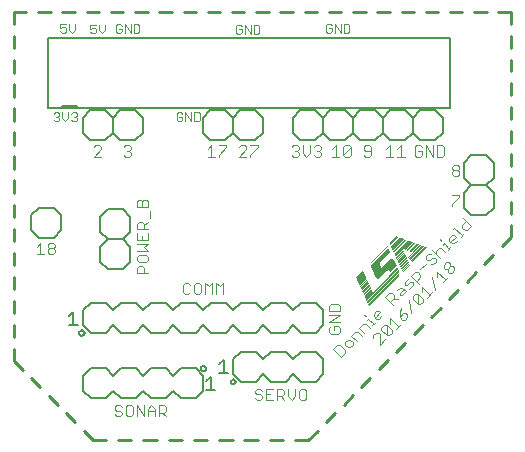
<source format=gto>
G75*
%MOIN*%
%OFA0B0*%
%FSLAX25Y25*%
%IPPOS*%
%LPD*%
%AMOC8*
5,1,8,0,0,1.08239X$1,22.5*
%
%ADD10C,0.00300*%
%ADD11C,0.01000*%
%ADD12R,0.06850X0.00050*%
%ADD13R,0.11900X0.00050*%
%ADD14R,0.03450X0.00050*%
%ADD15R,0.06900X0.00050*%
%ADD16R,0.13600X0.00050*%
%ADD17R,0.03400X0.00050*%
%ADD18R,0.14150X0.00050*%
%ADD19R,0.14350X0.00050*%
%ADD20R,0.14500X0.00050*%
%ADD21R,0.06800X0.00050*%
%ADD22R,0.14550X0.00050*%
%ADD23R,0.14600X0.00050*%
%ADD24R,0.14650X0.00050*%
%ADD25R,0.06750X0.00050*%
%ADD26R,0.14700X0.00050*%
%ADD27R,0.06700X0.00050*%
%ADD28R,0.14750X0.00050*%
%ADD29R,0.06650X0.00050*%
%ADD30R,0.14800X0.00050*%
%ADD31R,0.06600X0.00050*%
%ADD32R,0.06550X0.00050*%
%ADD33R,0.14850X0.00050*%
%ADD34R,0.06500X0.00050*%
%ADD35R,0.06450X0.00050*%
%ADD36R,0.06400X0.00050*%
%ADD37R,0.06350X0.00050*%
%ADD38R,0.06300X0.00050*%
%ADD39R,0.14900X0.00050*%
%ADD40R,0.06250X0.00050*%
%ADD41R,0.06200X0.00050*%
%ADD42R,0.06150X0.00050*%
%ADD43R,0.06100X0.00050*%
%ADD44R,0.06050X0.00050*%
%ADD45R,0.06000X0.00050*%
%ADD46R,0.05950X0.00050*%
%ADD47R,0.05900X0.00050*%
%ADD48R,0.03250X0.00050*%
%ADD49R,0.05500X0.00050*%
%ADD50R,0.03650X0.00050*%
%ADD51R,0.03200X0.00050*%
%ADD52R,0.04300X0.00050*%
%ADD53R,0.03800X0.00050*%
%ADD54R,0.03550X0.00050*%
%ADD55R,0.03350X0.00050*%
%ADD56R,0.03300X0.00050*%
%ADD57R,0.03600X0.00050*%
%ADD58R,0.03150X0.00050*%
%ADD59R,0.03100X0.00050*%
%ADD60R,0.03500X0.00050*%
%ADD61R,0.03850X0.00050*%
%ADD62R,0.07200X0.00050*%
%ADD63R,0.07500X0.00050*%
%ADD64R,0.07650X0.00050*%
%ADD65R,0.07850X0.00050*%
%ADD66R,0.07900X0.00050*%
%ADD67R,0.08000X0.00050*%
%ADD68R,0.08100X0.00050*%
%ADD69R,0.08150X0.00050*%
%ADD70R,0.08200X0.00050*%
%ADD71R,0.08250X0.00050*%
%ADD72R,0.08050X0.00050*%
%ADD73R,0.07000X0.00050*%
%ADD74R,0.07950X0.00050*%
%ADD75R,0.07750X0.00050*%
%ADD76R,0.07450X0.00050*%
%ADD77R,0.07050X0.00050*%
%ADD78R,0.03900X0.00050*%
%ADD79R,0.05850X0.00050*%
%ADD80R,0.05750X0.00050*%
%ADD81R,0.05700X0.00050*%
%ADD82R,0.05650X0.00050*%
%ADD83R,0.05550X0.00050*%
%ADD84R,0.05450X0.00050*%
%ADD85R,0.05400X0.00050*%
%ADD86R,0.05300X0.00050*%
%ADD87R,0.03950X0.00050*%
%ADD88R,0.08400X0.00050*%
%ADD89R,0.05250X0.00050*%
%ADD90R,0.05200X0.00050*%
%ADD91R,0.05150X0.00050*%
%ADD92R,0.05100X0.00050*%
%ADD93R,0.05050X0.00050*%
%ADD94R,0.04950X0.00050*%
%ADD95R,0.04850X0.00050*%
%ADD96R,0.08350X0.00050*%
%ADD97R,0.04750X0.00050*%
%ADD98R,0.04700X0.00050*%
%ADD99R,0.04650X0.00050*%
%ADD100R,0.04600X0.00050*%
%ADD101R,0.04500X0.00050*%
%ADD102R,0.04450X0.00050*%
%ADD103R,0.08300X0.00050*%
%ADD104R,0.04400X0.00050*%
%ADD105R,0.04350X0.00050*%
%ADD106R,0.04250X0.00050*%
%ADD107R,0.04200X0.00050*%
%ADD108R,0.04150X0.00050*%
%ADD109R,0.04050X0.00050*%
%ADD110R,0.03700X0.00050*%
%ADD111R,0.07700X0.00050*%
%ADD112R,0.07350X0.00050*%
%ADD113R,0.05350X0.00050*%
%ADD114C,0.00600*%
%ADD115C,0.00500*%
%ADD116C,0.00400*%
%ADD117C,0.00800*%
D10*
X0009025Y0063400D02*
X0011494Y0063400D01*
X0010259Y0063400D02*
X0010259Y0067103D01*
X0009025Y0065869D01*
X0012708Y0065869D02*
X0013325Y0065252D01*
X0014560Y0065252D01*
X0015177Y0064634D01*
X0015177Y0064017D01*
X0014560Y0063400D01*
X0013325Y0063400D01*
X0012708Y0064017D01*
X0012708Y0064634D01*
X0013325Y0065252D01*
X0012708Y0065869D02*
X0012708Y0066486D01*
X0013325Y0067103D01*
X0014560Y0067103D01*
X0015177Y0066486D01*
X0015177Y0065869D01*
X0014560Y0065252D01*
X0028025Y0095900D02*
X0030494Y0098369D01*
X0030494Y0098986D01*
X0029877Y0099603D01*
X0028642Y0099603D01*
X0028025Y0098986D01*
X0028025Y0095900D02*
X0030494Y0095900D01*
X0038025Y0096517D02*
X0038642Y0095900D01*
X0039877Y0095900D01*
X0040494Y0096517D01*
X0040494Y0097134D01*
X0039877Y0097752D01*
X0039259Y0097752D01*
X0039877Y0097752D02*
X0040494Y0098369D01*
X0040494Y0098986D01*
X0039877Y0099603D01*
X0038642Y0099603D01*
X0038025Y0098986D01*
X0022513Y0108184D02*
X0022030Y0107700D01*
X0021062Y0107700D01*
X0020578Y0108184D01*
X0019567Y0108667D02*
X0019567Y0110602D01*
X0020578Y0110119D02*
X0021062Y0110602D01*
X0022030Y0110602D01*
X0022513Y0110119D01*
X0022513Y0109635D01*
X0022030Y0109151D01*
X0022513Y0108667D01*
X0022513Y0108184D01*
X0022030Y0109151D02*
X0021546Y0109151D01*
X0019567Y0108667D02*
X0018599Y0107700D01*
X0017632Y0108667D01*
X0017632Y0110602D01*
X0016620Y0110119D02*
X0016620Y0109635D01*
X0016137Y0109151D01*
X0016620Y0108667D01*
X0016620Y0108184D01*
X0016137Y0107700D01*
X0015169Y0107700D01*
X0014685Y0108184D01*
X0015653Y0109151D02*
X0016137Y0109151D01*
X0016620Y0110119D02*
X0016137Y0110602D01*
X0015169Y0110602D01*
X0014685Y0110119D01*
X0017366Y0137200D02*
X0016882Y0137684D01*
X0017366Y0137200D02*
X0018333Y0137200D01*
X0018817Y0137684D01*
X0018817Y0138651D01*
X0018333Y0139135D01*
X0017849Y0139135D01*
X0016882Y0138651D01*
X0016882Y0140102D01*
X0018817Y0140102D01*
X0019828Y0140102D02*
X0019828Y0138167D01*
X0020796Y0137200D01*
X0021763Y0138167D01*
X0021763Y0140102D01*
X0026882Y0139852D02*
X0026882Y0138401D01*
X0027849Y0138885D01*
X0028333Y0138885D01*
X0028817Y0138401D01*
X0028817Y0137434D01*
X0028333Y0136950D01*
X0027366Y0136950D01*
X0026882Y0137434D01*
X0026882Y0139852D02*
X0028817Y0139852D01*
X0029828Y0139852D02*
X0029828Y0137917D01*
X0030796Y0136950D01*
X0031763Y0137917D01*
X0031763Y0139852D01*
X0035485Y0139519D02*
X0035485Y0137584D01*
X0035969Y0137100D01*
X0036937Y0137100D01*
X0037420Y0137584D01*
X0037420Y0138551D01*
X0036453Y0138551D01*
X0037420Y0139519D02*
X0036937Y0140002D01*
X0035969Y0140002D01*
X0035485Y0139519D01*
X0038432Y0140002D02*
X0038432Y0137100D01*
X0040367Y0137100D02*
X0040367Y0140002D01*
X0041378Y0140002D02*
X0042830Y0140002D01*
X0043313Y0139519D01*
X0043313Y0137584D01*
X0042830Y0137100D01*
X0041378Y0137100D01*
X0041378Y0140002D01*
X0038432Y0140002D02*
X0040367Y0137100D01*
X0056169Y0110602D02*
X0055685Y0110119D01*
X0055685Y0108184D01*
X0056169Y0107700D01*
X0057137Y0107700D01*
X0057620Y0108184D01*
X0057620Y0109151D01*
X0056653Y0109151D01*
X0057620Y0110119D02*
X0057137Y0110602D01*
X0056169Y0110602D01*
X0058632Y0110602D02*
X0060567Y0107700D01*
X0060567Y0110602D01*
X0061578Y0110602D02*
X0063030Y0110602D01*
X0063513Y0110119D01*
X0063513Y0108184D01*
X0063030Y0107700D01*
X0061578Y0107700D01*
X0061578Y0110602D01*
X0058632Y0110602D02*
X0058632Y0107700D01*
X0067259Y0099603D02*
X0067259Y0095900D01*
X0066025Y0095900D02*
X0068494Y0095900D01*
X0069708Y0095900D02*
X0069708Y0096517D01*
X0072177Y0098986D01*
X0072177Y0099603D01*
X0069708Y0099603D01*
X0067259Y0099603D02*
X0066025Y0098369D01*
X0076525Y0098986D02*
X0077142Y0099603D01*
X0078377Y0099603D01*
X0078994Y0098986D01*
X0078994Y0098369D01*
X0076525Y0095900D01*
X0078994Y0095900D01*
X0080208Y0095900D02*
X0080208Y0096517D01*
X0082677Y0098986D01*
X0082677Y0099603D01*
X0080208Y0099603D01*
X0094025Y0098986D02*
X0094642Y0099603D01*
X0095877Y0099603D01*
X0096494Y0098986D01*
X0096494Y0098369D01*
X0095877Y0097752D01*
X0096494Y0097134D01*
X0096494Y0096517D01*
X0095877Y0095900D01*
X0094642Y0095900D01*
X0094025Y0096517D01*
X0095259Y0097752D02*
X0095877Y0097752D01*
X0097708Y0097134D02*
X0098943Y0095900D01*
X0100177Y0097134D01*
X0100177Y0099603D01*
X0101391Y0098986D02*
X0102008Y0099603D01*
X0103243Y0099603D01*
X0103860Y0098986D01*
X0103860Y0098369D01*
X0103243Y0097752D01*
X0103860Y0097134D01*
X0103860Y0096517D01*
X0103243Y0095900D01*
X0102008Y0095900D01*
X0101391Y0096517D01*
X0102626Y0097752D02*
X0103243Y0097752D01*
X0107525Y0098369D02*
X0108759Y0099603D01*
X0108759Y0095900D01*
X0107525Y0095900D02*
X0109994Y0095900D01*
X0111208Y0096517D02*
X0113677Y0098986D01*
X0113677Y0096517D01*
X0113060Y0095900D01*
X0111825Y0095900D01*
X0111208Y0096517D01*
X0111208Y0098986D01*
X0111825Y0099603D01*
X0113060Y0099603D01*
X0113677Y0098986D01*
X0118025Y0098986D02*
X0118025Y0098369D01*
X0118642Y0097752D01*
X0120494Y0097752D01*
X0120494Y0098986D02*
X0120494Y0096517D01*
X0119877Y0095900D01*
X0118642Y0095900D01*
X0118025Y0096517D01*
X0118025Y0098986D02*
X0118642Y0099603D01*
X0119877Y0099603D01*
X0120494Y0098986D01*
X0125525Y0098369D02*
X0126759Y0099603D01*
X0126759Y0095900D01*
X0125525Y0095900D02*
X0127994Y0095900D01*
X0129208Y0095900D02*
X0131677Y0095900D01*
X0130443Y0095900D02*
X0130443Y0099603D01*
X0129208Y0098369D01*
X0135025Y0098986D02*
X0135025Y0096517D01*
X0135642Y0095900D01*
X0136877Y0095900D01*
X0137494Y0096517D01*
X0137494Y0097752D01*
X0136259Y0097752D01*
X0135025Y0098986D02*
X0135642Y0099603D01*
X0136877Y0099603D01*
X0137494Y0098986D01*
X0138708Y0099603D02*
X0141177Y0095900D01*
X0141177Y0099603D01*
X0142391Y0099603D02*
X0144243Y0099603D01*
X0144860Y0098986D01*
X0144860Y0096517D01*
X0144243Y0095900D01*
X0142391Y0095900D01*
X0142391Y0099603D01*
X0138708Y0099603D02*
X0138708Y0095900D01*
X0147525Y0092486D02*
X0147525Y0091869D01*
X0148142Y0091252D01*
X0149377Y0091252D01*
X0149994Y0090634D01*
X0149994Y0090017D01*
X0149377Y0089400D01*
X0148142Y0089400D01*
X0147525Y0090017D01*
X0147525Y0090634D01*
X0148142Y0091252D01*
X0149377Y0091252D02*
X0149994Y0091869D01*
X0149994Y0092486D01*
X0149377Y0093103D01*
X0148142Y0093103D01*
X0147525Y0092486D01*
X0147525Y0083103D02*
X0149994Y0083103D01*
X0149994Y0082486D01*
X0147525Y0080017D01*
X0147525Y0079400D01*
X0151297Y0075246D02*
X0153916Y0072628D01*
X0152606Y0071318D01*
X0151733Y0071318D01*
X0150861Y0072191D01*
X0150861Y0073064D01*
X0152170Y0074373D01*
X0151306Y0070019D02*
X0150434Y0069146D01*
X0150870Y0069582D02*
X0148252Y0072201D01*
X0147815Y0071764D01*
X0147393Y0069596D02*
X0146520Y0068723D01*
X0146520Y0067851D01*
X0147393Y0066978D01*
X0148266Y0066978D01*
X0149139Y0067851D01*
X0148702Y0069160D02*
X0148266Y0069596D01*
X0147393Y0069596D01*
X0148702Y0069160D02*
X0146956Y0067414D01*
X0146966Y0065678D02*
X0146093Y0064805D01*
X0146529Y0065242D02*
X0144784Y0066987D01*
X0144347Y0066551D01*
X0143925Y0065256D02*
X0143052Y0065256D01*
X0142179Y0064383D01*
X0142179Y0063510D01*
X0141757Y0062215D02*
X0140884Y0062215D01*
X0140011Y0061342D01*
X0139139Y0061342D01*
X0138702Y0061779D01*
X0138702Y0062651D01*
X0139575Y0063524D01*
X0140448Y0063524D01*
X0140870Y0064819D02*
X0143489Y0062201D01*
X0142194Y0061779D02*
X0142194Y0060906D01*
X0141321Y0060033D01*
X0140448Y0060033D01*
X0138716Y0060047D02*
X0136971Y0058301D01*
X0136112Y0057443D02*
X0136985Y0056570D01*
X0136985Y0055697D01*
X0135676Y0054388D01*
X0136548Y0053515D02*
X0133930Y0056133D01*
X0135239Y0057443D01*
X0136112Y0057443D01*
X0133071Y0055275D02*
X0131762Y0053965D01*
X0131762Y0053093D01*
X0132635Y0053093D01*
X0133508Y0053965D01*
X0134380Y0053965D01*
X0134380Y0053093D01*
X0133071Y0051783D01*
X0132213Y0050925D02*
X0130903Y0049615D01*
X0130030Y0049615D01*
X0130030Y0050488D01*
X0131340Y0051797D01*
X0130903Y0052234D02*
X0132213Y0050925D01*
X0130903Y0052234D02*
X0130030Y0052234D01*
X0129158Y0051361D01*
X0128299Y0049630D02*
X0127426Y0050502D01*
X0126553Y0050502D01*
X0125244Y0049193D01*
X0127862Y0046575D01*
X0126990Y0047447D02*
X0128299Y0048757D01*
X0128299Y0049630D01*
X0127862Y0048320D02*
X0129608Y0048320D01*
X0130440Y0045389D02*
X0130004Y0044080D01*
X0130004Y0042334D01*
X0131313Y0043644D01*
X0132186Y0043644D01*
X0132622Y0043207D01*
X0132622Y0042334D01*
X0131750Y0041462D01*
X0130877Y0041462D01*
X0130004Y0042334D01*
X0130454Y0040167D02*
X0128709Y0038421D01*
X0129582Y0039294D02*
X0126963Y0041912D01*
X0126963Y0040167D01*
X0125668Y0039744D02*
X0127414Y0037999D01*
X0127414Y0037126D01*
X0126541Y0036253D01*
X0125668Y0036253D01*
X0125668Y0039744D01*
X0124795Y0039744D01*
X0123922Y0038871D01*
X0123922Y0037999D01*
X0125668Y0036253D01*
X0125246Y0034958D02*
X0123500Y0033212D01*
X0123500Y0036703D01*
X0123064Y0037140D01*
X0122191Y0037140D01*
X0121318Y0036267D01*
X0121318Y0035394D01*
X0118313Y0037025D02*
X0116567Y0038771D01*
X0117877Y0040080D01*
X0118750Y0040080D01*
X0120059Y0038771D01*
X0120917Y0039630D02*
X0121790Y0040502D01*
X0121354Y0040066D02*
X0119608Y0041812D01*
X0119172Y0041375D01*
X0118735Y0042685D02*
X0118299Y0043121D01*
X0121344Y0043548D02*
X0122217Y0044421D01*
X0123090Y0044421D01*
X0123527Y0043984D01*
X0121781Y0042239D01*
X0122217Y0041802D02*
X0121344Y0042675D01*
X0121344Y0043548D01*
X0122217Y0041802D02*
X0123090Y0041802D01*
X0123963Y0042675D01*
X0117454Y0036167D02*
X0116145Y0037476D01*
X0115272Y0037476D01*
X0113963Y0036167D01*
X0115709Y0034421D01*
X0114414Y0033999D02*
X0114414Y0033126D01*
X0113541Y0032253D01*
X0112668Y0032253D01*
X0111795Y0033126D01*
X0111795Y0033999D01*
X0112668Y0034871D01*
X0113541Y0034871D01*
X0114414Y0033999D01*
X0111809Y0031394D02*
X0110064Y0033140D01*
X0109191Y0033140D01*
X0107881Y0031831D01*
X0110500Y0029212D01*
X0111809Y0030521D01*
X0111809Y0031394D01*
X0109483Y0036900D02*
X0107014Y0036900D01*
X0106397Y0037517D01*
X0106397Y0038752D01*
X0107014Y0039369D01*
X0108248Y0039369D02*
X0108248Y0038134D01*
X0108248Y0039369D02*
X0109483Y0039369D01*
X0110100Y0038752D01*
X0110100Y0037517D01*
X0109483Y0036900D01*
X0110100Y0040583D02*
X0106397Y0040583D01*
X0110100Y0043052D01*
X0106397Y0043052D01*
X0106397Y0044266D02*
X0106397Y0046118D01*
X0107014Y0046735D01*
X0109483Y0046735D01*
X0110100Y0046118D01*
X0110100Y0044266D01*
X0106397Y0044266D01*
X0133045Y0047994D02*
X0133917Y0043630D01*
X0136085Y0046670D02*
X0136085Y0050162D01*
X0137831Y0048416D01*
X0137831Y0047543D01*
X0136958Y0046670D01*
X0136085Y0046670D01*
X0134340Y0048416D01*
X0134340Y0049289D01*
X0135213Y0050162D01*
X0136085Y0050162D01*
X0137381Y0050584D02*
X0137381Y0052330D01*
X0139999Y0049711D01*
X0139126Y0048838D02*
X0140872Y0050584D01*
X0141731Y0051443D02*
X0140858Y0055807D01*
X0142589Y0055793D02*
X0142589Y0057538D01*
X0145208Y0054920D01*
X0144335Y0054047D02*
X0146081Y0055793D01*
X0146503Y0057088D02*
X0146066Y0057524D01*
X0146066Y0058397D01*
X0146939Y0059270D01*
X0147812Y0059270D01*
X0148249Y0058834D01*
X0148249Y0057961D01*
X0147376Y0057088D01*
X0146503Y0057088D01*
X0146066Y0058397D02*
X0145194Y0058397D01*
X0144757Y0058834D01*
X0144757Y0059706D01*
X0145630Y0060579D01*
X0146503Y0060579D01*
X0146939Y0060143D01*
X0146939Y0059270D01*
X0145234Y0063946D02*
X0143925Y0065256D01*
X0143911Y0067860D02*
X0143474Y0068297D01*
X0141757Y0062215D02*
X0142194Y0061779D01*
X0097708Y0097134D02*
X0097708Y0099603D01*
X0105969Y0137200D02*
X0106937Y0137200D01*
X0107420Y0137684D01*
X0107420Y0138651D01*
X0106453Y0138651D01*
X0105485Y0137684D02*
X0105969Y0137200D01*
X0105485Y0137684D02*
X0105485Y0139619D01*
X0105969Y0140102D01*
X0106937Y0140102D01*
X0107420Y0139619D01*
X0108432Y0140102D02*
X0108432Y0137200D01*
X0110367Y0137200D02*
X0110367Y0140102D01*
X0111378Y0140102D02*
X0112830Y0140102D01*
X0113313Y0139619D01*
X0113313Y0137684D01*
X0112830Y0137200D01*
X0111378Y0137200D01*
X0111378Y0140102D01*
X0108432Y0140102D02*
X0110367Y0137200D01*
X0083313Y0137384D02*
X0083313Y0139319D01*
X0082830Y0139802D01*
X0081378Y0139802D01*
X0081378Y0136900D01*
X0082830Y0136900D01*
X0083313Y0137384D01*
X0080367Y0136900D02*
X0080367Y0139802D01*
X0078432Y0139802D02*
X0080367Y0136900D01*
X0078432Y0136900D02*
X0078432Y0139802D01*
X0077420Y0139319D02*
X0076937Y0139802D01*
X0075969Y0139802D01*
X0075485Y0139319D01*
X0075485Y0137384D01*
X0075969Y0136900D01*
X0076937Y0136900D01*
X0077420Y0137384D01*
X0077420Y0138351D01*
X0076453Y0138351D01*
D11*
X0013114Y0016136D02*
X0016136Y0013114D01*
X0018920Y0010330D02*
X0021943Y0007307D01*
X0024727Y0004523D02*
X0027750Y0001500D01*
X0032237Y0001500D01*
X0036174Y0001500D02*
X0040660Y0001500D01*
X0044597Y0001500D02*
X0049084Y0001500D01*
X0053021Y0001500D02*
X0057507Y0001500D01*
X0061444Y0001500D02*
X0065931Y0001500D01*
X0069868Y0001500D02*
X0074354Y0001500D01*
X0078291Y0001500D02*
X0082778Y0001500D01*
X0086715Y0001500D02*
X0091201Y0001500D01*
X0095138Y0001500D02*
X0099625Y0001500D01*
X0102698Y0004573D01*
X0105482Y0007357D02*
X0108555Y0010430D01*
X0111339Y0013214D02*
X0114412Y0016287D01*
X0117196Y0019071D02*
X0120269Y0022144D01*
X0123053Y0024928D02*
X0126126Y0028001D01*
X0128910Y0030785D02*
X0131983Y0033858D01*
X0134767Y0036642D02*
X0137840Y0039715D01*
X0140624Y0042499D02*
X0143697Y0045572D01*
X0146481Y0048356D02*
X0149554Y0051429D01*
X0152338Y0054213D02*
X0155411Y0057286D01*
X0158195Y0060070D02*
X0161268Y0063143D01*
X0164052Y0065927D02*
X0167125Y0069000D01*
X0167125Y0072957D01*
X0167125Y0076894D02*
X0167125Y0080850D01*
X0167125Y0084787D02*
X0167125Y0088744D01*
X0167125Y0092681D02*
X0167125Y0096638D01*
X0167125Y0100575D02*
X0167125Y0104531D01*
X0167125Y0108469D02*
X0167125Y0112425D01*
X0167125Y0116362D02*
X0167125Y0120319D01*
X0167125Y0124256D02*
X0167125Y0128213D01*
X0167125Y0132150D02*
X0167125Y0136106D01*
X0167125Y0140043D02*
X0167125Y0144000D01*
X0162988Y0144000D01*
X0159051Y0144000D02*
X0154913Y0144000D01*
X0150976Y0144000D02*
X0146839Y0144000D01*
X0142902Y0144000D02*
X0138764Y0144000D01*
X0134827Y0144000D02*
X0130690Y0144000D01*
X0126753Y0144000D02*
X0122616Y0144000D01*
X0118679Y0144000D02*
X0114541Y0144000D01*
X0110604Y0144000D02*
X0106467Y0144000D01*
X0102530Y0144000D02*
X0098393Y0144000D01*
X0094456Y0144000D02*
X0090318Y0144000D01*
X0086381Y0144000D02*
X0082244Y0144000D01*
X0078307Y0144000D02*
X0074169Y0144000D01*
X0070232Y0144000D02*
X0066095Y0144000D01*
X0062158Y0144000D02*
X0058021Y0144000D01*
X0054084Y0144000D02*
X0049946Y0144000D01*
X0046009Y0144000D02*
X0041872Y0144000D01*
X0037935Y0144000D02*
X0033798Y0144000D01*
X0029861Y0144000D02*
X0025723Y0144000D01*
X0021786Y0144000D02*
X0017649Y0144000D01*
X0013712Y0144000D02*
X0009574Y0144000D01*
X0005637Y0144000D02*
X0001500Y0144000D01*
X0001500Y0139925D01*
X0001500Y0135988D02*
X0001500Y0131912D01*
X0001500Y0127975D02*
X0001500Y0123900D01*
X0001500Y0119963D02*
X0001500Y0115887D01*
X0001500Y0111950D02*
X0001500Y0107875D01*
X0001500Y0103938D02*
X0001500Y0099862D01*
X0001500Y0095925D02*
X0001500Y0091850D01*
X0001500Y0087913D02*
X0001500Y0083837D01*
X0001500Y0079900D02*
X0001500Y0075825D01*
X0001500Y0071888D02*
X0001500Y0067812D01*
X0001500Y0063875D02*
X0001500Y0059800D01*
X0001500Y0055863D02*
X0001500Y0051787D01*
X0001500Y0047850D02*
X0001500Y0043775D01*
X0001500Y0039838D02*
X0001500Y0035762D01*
X0001500Y0031825D02*
X0001500Y0027750D01*
X0004523Y0024727D01*
X0007307Y0021943D02*
X0010330Y0018920D01*
D12*
G36*
X0139154Y0065693D02*
X0134311Y0060850D01*
X0134276Y0060885D01*
X0139119Y0065728D01*
X0139154Y0065693D01*
G37*
G36*
X0139331Y0065587D02*
X0134488Y0060744D01*
X0134453Y0060779D01*
X0139296Y0065622D01*
X0139331Y0065587D01*
G37*
G36*
X0139190Y0065658D02*
X0134347Y0060815D01*
X0134312Y0060850D01*
X0139155Y0065693D01*
X0139190Y0065658D01*
G37*
D13*
G36*
X0128229Y0054556D02*
X0119816Y0046143D01*
X0119781Y0046178D01*
X0128194Y0054591D01*
X0128229Y0054556D01*
G37*
D14*
G36*
X0129290Y0059011D02*
X0126851Y0056572D01*
X0126816Y0056607D01*
X0129255Y0059046D01*
X0129290Y0059011D01*
G37*
G36*
X0132755Y0061415D02*
X0130316Y0058976D01*
X0130281Y0059011D01*
X0132720Y0061450D01*
X0132755Y0061415D01*
G37*
G36*
X0132543Y0061910D02*
X0130104Y0059471D01*
X0130069Y0059506D01*
X0132508Y0061945D01*
X0132543Y0061910D01*
G37*
G36*
X0132296Y0062441D02*
X0129857Y0060002D01*
X0129822Y0060037D01*
X0132261Y0062476D01*
X0132296Y0062441D01*
G37*
G36*
X0132048Y0062971D02*
X0129609Y0060532D01*
X0129574Y0060567D01*
X0132013Y0063006D01*
X0132048Y0062971D01*
G37*
G36*
X0131765Y0063607D02*
X0129326Y0061168D01*
X0129291Y0061203D01*
X0131730Y0063642D01*
X0131765Y0063607D01*
G37*
G36*
X0131518Y0064138D02*
X0129079Y0061699D01*
X0129044Y0061734D01*
X0131483Y0064173D01*
X0131518Y0064138D01*
G37*
G36*
X0131270Y0064668D02*
X0128831Y0062229D01*
X0128796Y0062264D01*
X0131235Y0064703D01*
X0131270Y0064668D01*
G37*
G36*
X0131023Y0065198D02*
X0128584Y0062759D01*
X0128549Y0062794D01*
X0130988Y0065233D01*
X0131023Y0065198D01*
G37*
G36*
X0131058Y0065092D02*
X0128619Y0062653D01*
X0128584Y0062688D01*
X0131023Y0065127D01*
X0131058Y0065092D01*
G37*
G36*
X0131094Y0065057D02*
X0128655Y0062618D01*
X0128620Y0062653D01*
X0131059Y0065092D01*
X0131094Y0065057D01*
G37*
G36*
X0131129Y0064951D02*
X0128690Y0062512D01*
X0128655Y0062547D01*
X0131094Y0064986D01*
X0131129Y0064951D01*
G37*
G36*
X0131164Y0064916D02*
X0128725Y0062477D01*
X0128690Y0062512D01*
X0131129Y0064951D01*
X0131164Y0064916D01*
G37*
G36*
X0131164Y0064845D02*
X0128725Y0062406D01*
X0128690Y0062441D01*
X0131129Y0064880D01*
X0131164Y0064845D01*
G37*
G36*
X0131200Y0064810D02*
X0128761Y0062371D01*
X0128726Y0062406D01*
X0131165Y0064845D01*
X0131200Y0064810D01*
G37*
G36*
X0131235Y0064703D02*
X0128796Y0062264D01*
X0128761Y0062299D01*
X0131200Y0064738D01*
X0131235Y0064703D01*
G37*
G36*
X0131306Y0064562D02*
X0128867Y0062123D01*
X0128832Y0062158D01*
X0131271Y0064597D01*
X0131306Y0064562D01*
G37*
G36*
X0131341Y0064527D02*
X0128902Y0062088D01*
X0128867Y0062123D01*
X0131306Y0064562D01*
X0131341Y0064527D01*
G37*
G36*
X0131376Y0064421D02*
X0128937Y0061982D01*
X0128902Y0062017D01*
X0131341Y0064456D01*
X0131376Y0064421D01*
G37*
G36*
X0131412Y0064315D02*
X0128973Y0061876D01*
X0128938Y0061911D01*
X0131377Y0064350D01*
X0131412Y0064315D01*
G37*
G36*
X0131447Y0064279D02*
X0129008Y0061840D01*
X0128973Y0061875D01*
X0131412Y0064314D01*
X0131447Y0064279D01*
G37*
G36*
X0131482Y0064173D02*
X0129043Y0061734D01*
X0129008Y0061769D01*
X0131447Y0064208D01*
X0131482Y0064173D01*
G37*
G36*
X0131553Y0064032D02*
X0129114Y0061593D01*
X0129079Y0061628D01*
X0131518Y0064067D01*
X0131553Y0064032D01*
G37*
G36*
X0131588Y0063926D02*
X0129149Y0061487D01*
X0129114Y0061522D01*
X0131553Y0063961D01*
X0131588Y0063926D01*
G37*
G36*
X0131624Y0063890D02*
X0129185Y0061451D01*
X0129150Y0061486D01*
X0131589Y0063925D01*
X0131624Y0063890D01*
G37*
G36*
X0131659Y0063784D02*
X0129220Y0061345D01*
X0129185Y0061380D01*
X0131624Y0063819D01*
X0131659Y0063784D01*
G37*
G36*
X0131695Y0063749D02*
X0129256Y0061310D01*
X0129221Y0061345D01*
X0131660Y0063784D01*
X0131695Y0063749D01*
G37*
G36*
X0131730Y0063643D02*
X0129291Y0061204D01*
X0129256Y0061239D01*
X0131695Y0063678D01*
X0131730Y0063643D01*
G37*
G36*
X0131801Y0063501D02*
X0129362Y0061062D01*
X0129327Y0061097D01*
X0131766Y0063536D01*
X0131801Y0063501D01*
G37*
G36*
X0131836Y0063395D02*
X0129397Y0060956D01*
X0129362Y0060991D01*
X0131801Y0063430D01*
X0131836Y0063395D01*
G37*
G36*
X0131871Y0063360D02*
X0129432Y0060921D01*
X0129397Y0060956D01*
X0131836Y0063395D01*
X0131871Y0063360D01*
G37*
G36*
X0131907Y0063254D02*
X0129468Y0060815D01*
X0129433Y0060850D01*
X0131872Y0063289D01*
X0131907Y0063254D01*
G37*
G36*
X0131942Y0063219D02*
X0129503Y0060780D01*
X0129468Y0060815D01*
X0131907Y0063254D01*
X0131942Y0063219D01*
G37*
G36*
X0131977Y0063112D02*
X0129538Y0060673D01*
X0129503Y0060708D01*
X0131942Y0063147D01*
X0131977Y0063112D01*
G37*
G36*
X0132013Y0063006D02*
X0129574Y0060567D01*
X0129539Y0060602D01*
X0131978Y0063041D01*
X0132013Y0063006D01*
G37*
G36*
X0132083Y0062865D02*
X0129644Y0060426D01*
X0129609Y0060461D01*
X0132048Y0062900D01*
X0132083Y0062865D01*
G37*
G36*
X0132119Y0062830D02*
X0129680Y0060391D01*
X0129645Y0060426D01*
X0132084Y0062865D01*
X0132119Y0062830D01*
G37*
G36*
X0132154Y0062724D02*
X0129715Y0060285D01*
X0129680Y0060320D01*
X0132119Y0062759D01*
X0132154Y0062724D01*
G37*
G36*
X0132225Y0062582D02*
X0129786Y0060143D01*
X0129751Y0060178D01*
X0132190Y0062617D01*
X0132225Y0062582D01*
G37*
G36*
X0132260Y0062476D02*
X0129821Y0060037D01*
X0129786Y0060072D01*
X0132225Y0062511D01*
X0132260Y0062476D01*
G37*
G36*
X0132331Y0062335D02*
X0129892Y0059896D01*
X0129857Y0059931D01*
X0132296Y0062370D01*
X0132331Y0062335D01*
G37*
G36*
X0132366Y0062299D02*
X0129927Y0059860D01*
X0129892Y0059895D01*
X0132331Y0062334D01*
X0132366Y0062299D01*
G37*
G36*
X0132402Y0062193D02*
X0129963Y0059754D01*
X0129928Y0059789D01*
X0132367Y0062228D01*
X0132402Y0062193D01*
G37*
G36*
X0132437Y0062087D02*
X0129998Y0059648D01*
X0129963Y0059683D01*
X0132402Y0062122D01*
X0132437Y0062087D01*
G37*
G36*
X0132472Y0062052D02*
X0130033Y0059613D01*
X0129998Y0059648D01*
X0132437Y0062087D01*
X0132472Y0062052D01*
G37*
G36*
X0132508Y0061946D02*
X0130069Y0059507D01*
X0130034Y0059542D01*
X0132473Y0061981D01*
X0132508Y0061946D01*
G37*
G36*
X0132578Y0061804D02*
X0130139Y0059365D01*
X0130104Y0059400D01*
X0132543Y0061839D01*
X0132578Y0061804D01*
G37*
G36*
X0132649Y0061663D02*
X0130210Y0059224D01*
X0130175Y0059259D01*
X0132614Y0061698D01*
X0132649Y0061663D01*
G37*
G36*
X0132685Y0061557D02*
X0130246Y0059118D01*
X0130211Y0059153D01*
X0132650Y0061592D01*
X0132685Y0061557D01*
G37*
G36*
X0132720Y0061522D02*
X0130281Y0059083D01*
X0130246Y0059118D01*
X0132685Y0061557D01*
X0132720Y0061522D01*
G37*
G36*
X0132826Y0061274D02*
X0130387Y0058835D01*
X0130352Y0058870D01*
X0132791Y0061309D01*
X0132826Y0061274D01*
G37*
G36*
X0132861Y0061168D02*
X0130422Y0058729D01*
X0130387Y0058764D01*
X0132826Y0061203D01*
X0132861Y0061168D01*
G37*
G36*
X0132897Y0061133D02*
X0130458Y0058694D01*
X0130423Y0058729D01*
X0132862Y0061168D01*
X0132897Y0061133D01*
G37*
G36*
X0132932Y0061027D02*
X0130493Y0058588D01*
X0130458Y0058623D01*
X0132897Y0061062D01*
X0132932Y0061027D01*
G37*
G36*
X0133003Y0060885D02*
X0130564Y0058446D01*
X0130529Y0058481D01*
X0132968Y0060920D01*
X0133003Y0060885D01*
G37*
G36*
X0133073Y0060744D02*
X0130634Y0058305D01*
X0130599Y0058340D01*
X0133038Y0060779D01*
X0133073Y0060744D01*
G37*
G36*
X0133109Y0060638D02*
X0130670Y0058199D01*
X0130635Y0058234D01*
X0133074Y0060673D01*
X0133109Y0060638D01*
G37*
G36*
X0133144Y0060602D02*
X0130705Y0058163D01*
X0130670Y0058198D01*
X0133109Y0060637D01*
X0133144Y0060602D01*
G37*
G36*
X0133179Y0060496D02*
X0130740Y0058057D01*
X0130705Y0058092D01*
X0133144Y0060531D01*
X0133179Y0060496D01*
G37*
G36*
X0133250Y0060355D02*
X0130811Y0057916D01*
X0130776Y0057951D01*
X0133215Y0060390D01*
X0133250Y0060355D01*
G37*
G36*
X0133286Y0060249D02*
X0130847Y0057810D01*
X0130812Y0057845D01*
X0133251Y0060284D01*
X0133286Y0060249D01*
G37*
G36*
X0133321Y0060213D02*
X0130882Y0057774D01*
X0130847Y0057809D01*
X0133286Y0060248D01*
X0133321Y0060213D01*
G37*
G36*
X0133356Y0060107D02*
X0130917Y0057668D01*
X0130882Y0057703D01*
X0133321Y0060142D01*
X0133356Y0060107D01*
G37*
G36*
X0133427Y0059966D02*
X0130988Y0057527D01*
X0130953Y0057562D01*
X0133392Y0060001D01*
X0133427Y0059966D01*
G37*
G36*
X0133498Y0059824D02*
X0131059Y0057385D01*
X0131024Y0057420D01*
X0133463Y0059859D01*
X0133498Y0059824D01*
G37*
G36*
X0129114Y0069300D02*
X0126675Y0066861D01*
X0126640Y0066896D01*
X0129079Y0069335D01*
X0129114Y0069300D01*
G37*
G36*
X0123457Y0060390D02*
X0121018Y0057951D01*
X0120983Y0057986D01*
X0123422Y0060425D01*
X0123457Y0060390D01*
G37*
D15*
G36*
X0133392Y0067779D02*
X0128514Y0062901D01*
X0128478Y0062937D01*
X0133356Y0067815D01*
X0133392Y0067779D01*
G37*
G36*
X0133427Y0067743D02*
X0128549Y0062865D01*
X0128513Y0062901D01*
X0133391Y0067779D01*
X0133427Y0067743D01*
G37*
G36*
X0139261Y0065657D02*
X0134383Y0060779D01*
X0134347Y0060815D01*
X0139225Y0065693D01*
X0139261Y0065657D01*
G37*
G36*
X0139296Y0065622D02*
X0134418Y0060744D01*
X0134382Y0060780D01*
X0139260Y0065658D01*
X0139296Y0065622D01*
G37*
D16*
G36*
X0129397Y0055793D02*
X0119781Y0046177D01*
X0119745Y0046213D01*
X0129361Y0055829D01*
X0129397Y0055793D01*
G37*
D17*
G36*
X0133462Y0059859D02*
X0131059Y0057456D01*
X0131024Y0057491D01*
X0133427Y0059894D01*
X0133462Y0059859D01*
G37*
G36*
X0133215Y0060390D02*
X0130812Y0057987D01*
X0130777Y0058022D01*
X0133180Y0060425D01*
X0133215Y0060390D01*
G37*
G36*
X0132967Y0060920D02*
X0130564Y0058517D01*
X0130529Y0058552D01*
X0132932Y0060955D01*
X0132967Y0060920D01*
G37*
G36*
X0132720Y0061450D02*
X0130317Y0059047D01*
X0130282Y0059082D01*
X0132685Y0061485D01*
X0132720Y0061450D01*
G37*
G36*
X0132472Y0061981D02*
X0130069Y0059578D01*
X0130034Y0059613D01*
X0132437Y0062016D01*
X0132472Y0061981D01*
G37*
G36*
X0132189Y0062617D02*
X0129786Y0060214D01*
X0129751Y0060249D01*
X0132154Y0062652D01*
X0132189Y0062617D01*
G37*
G36*
X0131942Y0063148D02*
X0129539Y0060745D01*
X0129504Y0060780D01*
X0131907Y0063183D01*
X0131942Y0063148D01*
G37*
G36*
X0131694Y0063678D02*
X0129291Y0061275D01*
X0129256Y0061310D01*
X0131659Y0063713D01*
X0131694Y0063678D01*
G37*
G36*
X0131447Y0064208D02*
X0129044Y0061805D01*
X0129009Y0061840D01*
X0131412Y0064243D01*
X0131447Y0064208D01*
G37*
G36*
X0131199Y0064739D02*
X0128796Y0062336D01*
X0128761Y0062371D01*
X0131164Y0064774D01*
X0131199Y0064739D01*
G37*
G36*
X0131022Y0065127D02*
X0128619Y0062724D01*
X0128584Y0062759D01*
X0130987Y0065162D01*
X0131022Y0065127D01*
G37*
G36*
X0131093Y0064986D02*
X0128690Y0062583D01*
X0128655Y0062618D01*
X0131058Y0065021D01*
X0131093Y0064986D01*
G37*
G36*
X0131270Y0064597D02*
X0128867Y0062194D01*
X0128832Y0062229D01*
X0131235Y0064632D01*
X0131270Y0064597D01*
G37*
G36*
X0131341Y0064456D02*
X0128938Y0062053D01*
X0128903Y0062088D01*
X0131306Y0064491D01*
X0131341Y0064456D01*
G37*
G36*
X0131376Y0064350D02*
X0128973Y0061947D01*
X0128938Y0061982D01*
X0131341Y0064385D01*
X0131376Y0064350D01*
G37*
G36*
X0131517Y0064067D02*
X0129114Y0061664D01*
X0129079Y0061699D01*
X0131482Y0064102D01*
X0131517Y0064067D01*
G37*
G36*
X0131553Y0063961D02*
X0129150Y0061558D01*
X0129115Y0061593D01*
X0131518Y0063996D01*
X0131553Y0063961D01*
G37*
G36*
X0131624Y0063819D02*
X0129221Y0061416D01*
X0129186Y0061451D01*
X0131589Y0063854D01*
X0131624Y0063819D01*
G37*
G36*
X0131765Y0063536D02*
X0129362Y0061133D01*
X0129327Y0061168D01*
X0131730Y0063571D01*
X0131765Y0063536D01*
G37*
G36*
X0131800Y0063430D02*
X0129397Y0061027D01*
X0129362Y0061062D01*
X0131765Y0063465D01*
X0131800Y0063430D01*
G37*
G36*
X0131871Y0063289D02*
X0129468Y0060886D01*
X0129433Y0060921D01*
X0131836Y0063324D01*
X0131871Y0063289D01*
G37*
G36*
X0131977Y0063041D02*
X0129574Y0060638D01*
X0129539Y0060673D01*
X0131942Y0063076D01*
X0131977Y0063041D01*
G37*
G36*
X0132048Y0062900D02*
X0129645Y0060497D01*
X0129610Y0060532D01*
X0132013Y0062935D01*
X0132048Y0062900D01*
G37*
G36*
X0132118Y0062759D02*
X0129715Y0060356D01*
X0129680Y0060391D01*
X0132083Y0062794D01*
X0132118Y0062759D01*
G37*
G36*
X0132154Y0062653D02*
X0129751Y0060250D01*
X0129716Y0060285D01*
X0132119Y0062688D01*
X0132154Y0062653D01*
G37*
G36*
X0132225Y0062511D02*
X0129822Y0060108D01*
X0129787Y0060143D01*
X0132190Y0062546D01*
X0132225Y0062511D01*
G37*
G36*
X0132295Y0062370D02*
X0129892Y0059967D01*
X0129857Y0060002D01*
X0132260Y0062405D01*
X0132295Y0062370D01*
G37*
G36*
X0132366Y0062228D02*
X0129963Y0059825D01*
X0129928Y0059860D01*
X0132331Y0062263D01*
X0132366Y0062228D01*
G37*
G36*
X0132401Y0062122D02*
X0129998Y0059719D01*
X0129963Y0059754D01*
X0132366Y0062157D01*
X0132401Y0062122D01*
G37*
G36*
X0132543Y0061839D02*
X0130140Y0059436D01*
X0130105Y0059471D01*
X0132508Y0061874D01*
X0132543Y0061839D01*
G37*
G36*
X0132578Y0061733D02*
X0130175Y0059330D01*
X0130140Y0059365D01*
X0132543Y0061768D01*
X0132578Y0061733D01*
G37*
G36*
X0132613Y0061698D02*
X0130210Y0059295D01*
X0130175Y0059330D01*
X0132578Y0061733D01*
X0132613Y0061698D01*
G37*
G36*
X0132649Y0061592D02*
X0130246Y0059189D01*
X0130211Y0059224D01*
X0132614Y0061627D01*
X0132649Y0061592D01*
G37*
G36*
X0132755Y0061344D02*
X0130352Y0058941D01*
X0130317Y0058976D01*
X0132720Y0061379D01*
X0132755Y0061344D01*
G37*
G36*
X0132790Y0061309D02*
X0130387Y0058906D01*
X0130352Y0058941D01*
X0132755Y0061344D01*
X0132790Y0061309D01*
G37*
G36*
X0132826Y0061203D02*
X0130423Y0058800D01*
X0130388Y0058835D01*
X0132791Y0061238D01*
X0132826Y0061203D01*
G37*
G36*
X0132896Y0061062D02*
X0130493Y0058659D01*
X0130458Y0058694D01*
X0132861Y0061097D01*
X0132896Y0061062D01*
G37*
G36*
X0132932Y0060955D02*
X0130529Y0058552D01*
X0130494Y0058587D01*
X0132897Y0060990D01*
X0132932Y0060955D01*
G37*
G36*
X0133002Y0060814D02*
X0130599Y0058411D01*
X0130564Y0058446D01*
X0132967Y0060849D01*
X0133002Y0060814D01*
G37*
G36*
X0133038Y0060779D02*
X0130635Y0058376D01*
X0130600Y0058411D01*
X0133003Y0060814D01*
X0133038Y0060779D01*
G37*
G36*
X0133073Y0060673D02*
X0130670Y0058270D01*
X0130635Y0058305D01*
X0133038Y0060708D01*
X0133073Y0060673D01*
G37*
G36*
X0133144Y0060531D02*
X0130741Y0058128D01*
X0130706Y0058163D01*
X0133109Y0060566D01*
X0133144Y0060531D01*
G37*
G36*
X0133179Y0060425D02*
X0130776Y0058022D01*
X0130741Y0058057D01*
X0133144Y0060460D01*
X0133179Y0060425D01*
G37*
G36*
X0133250Y0060284D02*
X0130847Y0057881D01*
X0130812Y0057916D01*
X0133215Y0060319D01*
X0133250Y0060284D01*
G37*
G36*
X0133321Y0060142D02*
X0130918Y0057739D01*
X0130883Y0057774D01*
X0133286Y0060177D01*
X0133321Y0060142D01*
G37*
G36*
X0133356Y0060036D02*
X0130953Y0057633D01*
X0130918Y0057668D01*
X0133321Y0060071D01*
X0133356Y0060036D01*
G37*
G36*
X0133391Y0060001D02*
X0130988Y0057598D01*
X0130953Y0057633D01*
X0133356Y0060036D01*
X0133391Y0060001D01*
G37*
G36*
X0133427Y0059895D02*
X0131024Y0057492D01*
X0130989Y0057527D01*
X0133392Y0059930D01*
X0133427Y0059895D01*
G37*
G36*
X0129078Y0069335D02*
X0126675Y0066932D01*
X0126640Y0066967D01*
X0129043Y0069370D01*
X0129078Y0069335D01*
G37*
G36*
X0124093Y0058905D02*
X0121690Y0056502D01*
X0121655Y0056537D01*
X0124058Y0058940D01*
X0124093Y0058905D01*
G37*
D18*
G36*
X0129750Y0056218D02*
X0119745Y0046213D01*
X0119710Y0046248D01*
X0129715Y0056253D01*
X0129750Y0056218D01*
G37*
D19*
G36*
X0129892Y0056430D02*
X0119746Y0046284D01*
X0119710Y0046320D01*
X0129856Y0056466D01*
X0129892Y0056430D01*
G37*
D20*
G36*
X0129962Y0056571D02*
X0119710Y0046319D01*
X0119674Y0046355D01*
X0129926Y0056607D01*
X0129962Y0056571D01*
G37*
D21*
G36*
X0139083Y0065693D02*
X0134276Y0060886D01*
X0134241Y0060921D01*
X0139048Y0065728D01*
X0139083Y0065693D01*
G37*
G36*
X0139048Y0065728D02*
X0134241Y0060921D01*
X0134206Y0060956D01*
X0139013Y0065763D01*
X0139048Y0065728D01*
G37*
G36*
X0139013Y0065764D02*
X0134206Y0060957D01*
X0134171Y0060992D01*
X0138978Y0065799D01*
X0139013Y0065764D01*
G37*
G36*
X0133320Y0067779D02*
X0128513Y0062972D01*
X0128478Y0063007D01*
X0133285Y0067814D01*
X0133320Y0067779D01*
G37*
G36*
X0133285Y0067814D02*
X0128478Y0063007D01*
X0128443Y0063042D01*
X0133250Y0067849D01*
X0133285Y0067814D01*
G37*
D22*
G36*
X0129997Y0056677D02*
X0119710Y0046390D01*
X0119675Y0046425D01*
X0129962Y0056712D01*
X0129997Y0056677D01*
G37*
D23*
G36*
X0129997Y0056748D02*
X0119674Y0046425D01*
X0119639Y0046460D01*
X0129962Y0056783D01*
X0129997Y0056748D01*
G37*
D24*
G36*
X0129998Y0056889D02*
X0119640Y0046531D01*
X0119604Y0046567D01*
X0129962Y0056925D01*
X0129998Y0056889D01*
G37*
G36*
X0129998Y0056818D02*
X0119640Y0046460D01*
X0119604Y0046496D01*
X0129962Y0056854D01*
X0129998Y0056818D01*
G37*
D25*
G36*
X0138943Y0065763D02*
X0134171Y0060991D01*
X0134135Y0061027D01*
X0138907Y0065799D01*
X0138943Y0065763D01*
G37*
G36*
X0138907Y0065799D02*
X0134135Y0061027D01*
X0134099Y0061063D01*
X0138871Y0065835D01*
X0138907Y0065799D01*
G37*
G36*
X0133215Y0067814D02*
X0128443Y0063042D01*
X0128407Y0063078D01*
X0133179Y0067850D01*
X0133215Y0067814D01*
G37*
G36*
X0125932Y0066117D02*
X0121160Y0061345D01*
X0121124Y0061381D01*
X0125896Y0066153D01*
X0125932Y0066117D01*
G37*
D26*
G36*
X0129997Y0056960D02*
X0119604Y0046567D01*
X0119569Y0046602D01*
X0129962Y0056995D01*
X0129997Y0056960D01*
G37*
D27*
G36*
X0128513Y0060638D02*
X0123776Y0055901D01*
X0123741Y0055936D01*
X0128478Y0060673D01*
X0128513Y0060638D01*
G37*
G36*
X0133179Y0067850D02*
X0128442Y0063113D01*
X0128407Y0063148D01*
X0133144Y0067885D01*
X0133179Y0067850D01*
G37*
G36*
X0138801Y0065835D02*
X0134064Y0061098D01*
X0134029Y0061133D01*
X0138766Y0065870D01*
X0138801Y0065835D01*
G37*
G36*
X0138836Y0065799D02*
X0134099Y0061062D01*
X0134064Y0061097D01*
X0138801Y0065834D01*
X0138836Y0065799D01*
G37*
D28*
G36*
X0129962Y0057208D02*
X0119533Y0046779D01*
X0119498Y0046814D01*
X0129927Y0057243D01*
X0129962Y0057208D01*
G37*
G36*
X0129997Y0057102D02*
X0119568Y0046673D01*
X0119533Y0046708D01*
X0129962Y0057137D01*
X0129997Y0057102D01*
G37*
G36*
X0129997Y0057031D02*
X0119568Y0046602D01*
X0119533Y0046637D01*
X0129962Y0057066D01*
X0129997Y0057031D01*
G37*
D29*
G36*
X0138730Y0065834D02*
X0134029Y0061133D01*
X0133994Y0061168D01*
X0138695Y0065869D01*
X0138730Y0065834D01*
G37*
G36*
X0138695Y0065870D02*
X0133994Y0061169D01*
X0133959Y0061204D01*
X0138660Y0065905D01*
X0138695Y0065870D01*
G37*
G36*
X0133108Y0067850D02*
X0128407Y0063149D01*
X0128372Y0063184D01*
X0133073Y0067885D01*
X0133108Y0067850D01*
G37*
G36*
X0133073Y0067885D02*
X0128372Y0063184D01*
X0128337Y0063219D01*
X0133038Y0067920D01*
X0133073Y0067885D01*
G37*
D30*
G36*
X0129892Y0057490D02*
X0119428Y0047026D01*
X0119392Y0047062D01*
X0129856Y0057526D01*
X0129892Y0057490D01*
G37*
G36*
X0129927Y0057384D02*
X0119463Y0046920D01*
X0119427Y0046956D01*
X0129891Y0057420D01*
X0129927Y0057384D01*
G37*
G36*
X0129927Y0057313D02*
X0119463Y0046849D01*
X0119427Y0046885D01*
X0129891Y0057349D01*
X0129927Y0057313D01*
G37*
G36*
X0129962Y0057278D02*
X0119498Y0046814D01*
X0119462Y0046850D01*
X0129926Y0057314D01*
X0129962Y0057278D01*
G37*
G36*
X0129998Y0057172D02*
X0119534Y0046708D01*
X0119498Y0046744D01*
X0129962Y0057208D01*
X0129998Y0057172D01*
G37*
D31*
G36*
X0138625Y0065870D02*
X0133959Y0061204D01*
X0133923Y0061240D01*
X0138589Y0065906D01*
X0138625Y0065870D01*
G37*
G36*
X0138589Y0065905D02*
X0133923Y0061239D01*
X0133887Y0061275D01*
X0138553Y0065941D01*
X0138589Y0065905D01*
G37*
D32*
G36*
X0138518Y0065906D02*
X0133887Y0061275D01*
X0133852Y0061310D01*
X0138483Y0065941D01*
X0138518Y0065906D01*
G37*
G36*
X0138483Y0065941D02*
X0133852Y0061310D01*
X0133817Y0061345D01*
X0138448Y0065976D01*
X0138483Y0065941D01*
G37*
G36*
X0133003Y0067885D02*
X0128372Y0063254D01*
X0128337Y0063289D01*
X0132968Y0067920D01*
X0133003Y0067885D01*
G37*
G36*
X0132967Y0067921D02*
X0128336Y0063290D01*
X0128301Y0063325D01*
X0132932Y0067956D01*
X0132967Y0067921D01*
G37*
D33*
G36*
X0129467Y0058551D02*
X0118968Y0048052D01*
X0118933Y0048087D01*
X0129432Y0058586D01*
X0129467Y0058551D01*
G37*
G36*
X0129573Y0058304D02*
X0119074Y0047805D01*
X0119039Y0047840D01*
X0129538Y0058339D01*
X0129573Y0058304D01*
G37*
G36*
X0129608Y0058198D02*
X0119109Y0047699D01*
X0119074Y0047734D01*
X0129573Y0058233D01*
X0129608Y0058198D01*
G37*
G36*
X0129643Y0058162D02*
X0119144Y0047663D01*
X0119109Y0047698D01*
X0129608Y0058197D01*
X0129643Y0058162D01*
G37*
G36*
X0129679Y0058056D02*
X0119180Y0047557D01*
X0119145Y0047592D01*
X0129644Y0058091D01*
X0129679Y0058056D01*
G37*
G36*
X0129714Y0057950D02*
X0119215Y0047451D01*
X0119180Y0047486D01*
X0129679Y0057985D01*
X0129714Y0057950D01*
G37*
G36*
X0129750Y0057915D02*
X0119251Y0047416D01*
X0119216Y0047451D01*
X0129715Y0057950D01*
X0129750Y0057915D01*
G37*
G36*
X0129750Y0057844D02*
X0119251Y0047345D01*
X0119216Y0047380D01*
X0129715Y0057879D01*
X0129750Y0057844D01*
G37*
G36*
X0129785Y0057809D02*
X0119286Y0047310D01*
X0119251Y0047345D01*
X0129750Y0057844D01*
X0129785Y0057809D01*
G37*
G36*
X0129785Y0057738D02*
X0119286Y0047239D01*
X0119251Y0047274D01*
X0129750Y0057773D01*
X0129785Y0057738D01*
G37*
G36*
X0129820Y0057703D02*
X0119321Y0047204D01*
X0119286Y0047239D01*
X0129785Y0057738D01*
X0129820Y0057703D01*
G37*
G36*
X0129856Y0057667D02*
X0119357Y0047168D01*
X0119322Y0047203D01*
X0129821Y0057702D01*
X0129856Y0057667D01*
G37*
G36*
X0129856Y0057597D02*
X0119357Y0047098D01*
X0119322Y0047133D01*
X0129821Y0057632D01*
X0129856Y0057597D01*
G37*
G36*
X0129891Y0057561D02*
X0119392Y0047062D01*
X0119357Y0047097D01*
X0129856Y0057596D01*
X0129891Y0057561D01*
G37*
G36*
X0129926Y0057455D02*
X0119427Y0046956D01*
X0119392Y0046991D01*
X0129891Y0057490D01*
X0129926Y0057455D01*
G37*
D34*
G36*
X0138412Y0065941D02*
X0133817Y0061346D01*
X0133782Y0061381D01*
X0138377Y0065976D01*
X0138412Y0065941D01*
G37*
G36*
X0138376Y0065976D02*
X0133781Y0061381D01*
X0133746Y0061416D01*
X0138341Y0066011D01*
X0138376Y0065976D01*
G37*
G36*
X0132896Y0067920D02*
X0128301Y0063325D01*
X0128266Y0063360D01*
X0132861Y0067955D01*
X0132896Y0067920D01*
G37*
D35*
G36*
X0132862Y0067956D02*
X0128302Y0063396D01*
X0128266Y0063432D01*
X0132826Y0067992D01*
X0132862Y0067956D01*
G37*
G36*
X0138271Y0066011D02*
X0133711Y0061451D01*
X0133675Y0061487D01*
X0138235Y0066047D01*
X0138271Y0066011D01*
G37*
G36*
X0138306Y0065976D02*
X0133746Y0061416D01*
X0133710Y0061452D01*
X0138270Y0066012D01*
X0138306Y0065976D01*
G37*
D36*
G36*
X0138200Y0066012D02*
X0133675Y0061487D01*
X0133640Y0061522D01*
X0138165Y0066047D01*
X0138200Y0066012D01*
G37*
G36*
X0138165Y0066047D02*
X0133640Y0061522D01*
X0133605Y0061557D01*
X0138130Y0066082D01*
X0138165Y0066047D01*
G37*
G36*
X0138129Y0066082D02*
X0133604Y0061557D01*
X0133569Y0061592D01*
X0138094Y0066117D01*
X0138129Y0066082D01*
G37*
G36*
X0132791Y0067956D02*
X0128266Y0063431D01*
X0128231Y0063466D01*
X0132756Y0067991D01*
X0132791Y0067956D01*
G37*
D37*
G36*
X0132755Y0067991D02*
X0128266Y0063502D01*
X0128231Y0063537D01*
X0132720Y0068026D01*
X0132755Y0067991D01*
G37*
G36*
X0132720Y0068027D02*
X0128231Y0063538D01*
X0128196Y0063573D01*
X0132685Y0068062D01*
X0132720Y0068027D01*
G37*
G36*
X0138023Y0066117D02*
X0133534Y0061628D01*
X0133499Y0061663D01*
X0137988Y0066152D01*
X0138023Y0066117D01*
G37*
G36*
X0138058Y0066082D02*
X0133569Y0061593D01*
X0133534Y0061628D01*
X0138023Y0066117D01*
X0138058Y0066082D01*
G37*
D38*
G36*
X0137953Y0066117D02*
X0133499Y0061663D01*
X0133463Y0061699D01*
X0137917Y0066153D01*
X0137953Y0066117D01*
G37*
G36*
X0137917Y0066152D02*
X0133463Y0061698D01*
X0133427Y0061734D01*
X0137881Y0066188D01*
X0137917Y0066152D01*
G37*
G36*
X0132650Y0068026D02*
X0128196Y0063572D01*
X0128160Y0063608D01*
X0132614Y0068062D01*
X0132650Y0068026D01*
G37*
D39*
G36*
X0129396Y0058764D02*
X0118861Y0048229D01*
X0118826Y0048264D01*
X0129361Y0058799D01*
X0129396Y0058764D01*
G37*
G36*
X0129432Y0058728D02*
X0118897Y0048193D01*
X0118862Y0048228D01*
X0129397Y0058763D01*
X0129432Y0058728D01*
G37*
G36*
X0129432Y0058658D02*
X0118897Y0048123D01*
X0118862Y0048158D01*
X0129397Y0058693D01*
X0129432Y0058658D01*
G37*
G36*
X0129467Y0058622D02*
X0118932Y0048087D01*
X0118897Y0048122D01*
X0129432Y0058657D01*
X0129467Y0058622D01*
G37*
G36*
X0129502Y0058516D02*
X0118967Y0047981D01*
X0118932Y0048016D01*
X0129467Y0058551D01*
X0129502Y0058516D01*
G37*
G36*
X0129538Y0058481D02*
X0119003Y0047946D01*
X0118968Y0047981D01*
X0129503Y0058516D01*
X0129538Y0058481D01*
G37*
G36*
X0129538Y0058410D02*
X0119003Y0047875D01*
X0118968Y0047910D01*
X0129503Y0058445D01*
X0129538Y0058410D01*
G37*
G36*
X0129573Y0058375D02*
X0119038Y0047840D01*
X0119003Y0047875D01*
X0129538Y0058410D01*
X0129573Y0058375D01*
G37*
G36*
X0129608Y0058269D02*
X0119073Y0047734D01*
X0119038Y0047769D01*
X0129573Y0058304D01*
X0129608Y0058269D01*
G37*
G36*
X0129679Y0058127D02*
X0119144Y0047592D01*
X0119109Y0047627D01*
X0129644Y0058162D01*
X0129679Y0058127D01*
G37*
G36*
X0129714Y0058021D02*
X0119179Y0047486D01*
X0119144Y0047521D01*
X0129679Y0058056D01*
X0129714Y0058021D01*
G37*
D40*
G36*
X0137846Y0066153D02*
X0133427Y0061734D01*
X0133392Y0061769D01*
X0137811Y0066188D01*
X0137846Y0066153D01*
G37*
G36*
X0137811Y0066188D02*
X0133392Y0061769D01*
X0133357Y0061804D01*
X0137776Y0066223D01*
X0137811Y0066188D01*
G37*
G36*
X0132614Y0068062D02*
X0128195Y0063643D01*
X0128160Y0063678D01*
X0132579Y0068097D01*
X0132614Y0068062D01*
G37*
D41*
G36*
X0132543Y0068062D02*
X0128160Y0063679D01*
X0128125Y0063714D01*
X0132508Y0068097D01*
X0132543Y0068062D01*
G37*
G36*
X0132507Y0068097D02*
X0128124Y0063714D01*
X0128089Y0063749D01*
X0132472Y0068132D01*
X0132507Y0068097D01*
G37*
G36*
X0137705Y0066223D02*
X0133322Y0061840D01*
X0133287Y0061875D01*
X0137670Y0066258D01*
X0137705Y0066223D01*
G37*
G36*
X0137740Y0066188D02*
X0133357Y0061805D01*
X0133322Y0061840D01*
X0137705Y0066223D01*
X0137740Y0066188D01*
G37*
D42*
G36*
X0137635Y0066223D02*
X0133287Y0061875D01*
X0133251Y0061911D01*
X0137599Y0066259D01*
X0137635Y0066223D01*
G37*
G36*
X0137599Y0066259D02*
X0133251Y0061911D01*
X0133215Y0061947D01*
X0137563Y0066295D01*
X0137599Y0066259D01*
G37*
D43*
G36*
X0137528Y0066258D02*
X0133216Y0061946D01*
X0133180Y0061982D01*
X0137492Y0066294D01*
X0137528Y0066258D01*
G37*
G36*
X0137493Y0066294D02*
X0133181Y0061982D01*
X0133145Y0062018D01*
X0137457Y0066330D01*
X0137493Y0066294D01*
G37*
G36*
X0132437Y0068097D02*
X0128125Y0063785D01*
X0128089Y0063821D01*
X0132401Y0068133D01*
X0132437Y0068097D01*
G37*
G36*
X0132402Y0068132D02*
X0128090Y0063820D01*
X0128054Y0063856D01*
X0132366Y0068168D01*
X0132402Y0068132D01*
G37*
D44*
G36*
X0132331Y0068133D02*
X0128054Y0063856D01*
X0128019Y0063891D01*
X0132296Y0068168D01*
X0132331Y0068133D01*
G37*
G36*
X0137387Y0066330D02*
X0133110Y0062053D01*
X0133075Y0062088D01*
X0137352Y0066365D01*
X0137387Y0066330D01*
G37*
G36*
X0137422Y0066294D02*
X0133145Y0062017D01*
X0133110Y0062052D01*
X0137387Y0066329D01*
X0137422Y0066294D01*
G37*
D45*
G36*
X0137315Y0066329D02*
X0133074Y0062088D01*
X0133039Y0062123D01*
X0137280Y0066364D01*
X0137315Y0066329D01*
G37*
G36*
X0137280Y0066365D02*
X0133039Y0062124D01*
X0133004Y0062159D01*
X0137245Y0066400D01*
X0137280Y0066365D01*
G37*
G36*
X0137245Y0066400D02*
X0133004Y0062159D01*
X0132969Y0062194D01*
X0137210Y0066435D01*
X0137245Y0066400D01*
G37*
G36*
X0132295Y0068168D02*
X0128054Y0063927D01*
X0128019Y0063962D01*
X0132260Y0068203D01*
X0132295Y0068168D01*
G37*
D46*
G36*
X0132225Y0068167D02*
X0128019Y0063961D01*
X0127983Y0063997D01*
X0132189Y0068203D01*
X0132225Y0068167D01*
G37*
G36*
X0137139Y0066435D02*
X0132933Y0062229D01*
X0132897Y0062265D01*
X0137103Y0066471D01*
X0137139Y0066435D01*
G37*
G36*
X0137175Y0066400D02*
X0132969Y0062194D01*
X0132933Y0062230D01*
X0137139Y0066436D01*
X0137175Y0066400D01*
G37*
D47*
G36*
X0137068Y0066436D02*
X0132897Y0062265D01*
X0132862Y0062300D01*
X0137033Y0066471D01*
X0137068Y0066436D01*
G37*
G36*
X0132189Y0068203D02*
X0128018Y0064032D01*
X0127983Y0064067D01*
X0132154Y0068238D01*
X0132189Y0068203D01*
G37*
D48*
G36*
X0128583Y0060425D02*
X0126286Y0058128D01*
X0126251Y0058163D01*
X0128548Y0060460D01*
X0128583Y0060425D01*
G37*
G36*
X0129184Y0059258D02*
X0126887Y0056961D01*
X0126852Y0056996D01*
X0129149Y0059293D01*
X0129184Y0059258D01*
G37*
G36*
X0129219Y0059152D02*
X0126922Y0056855D01*
X0126887Y0056890D01*
X0129184Y0059187D01*
X0129219Y0059152D01*
G37*
G36*
X0123987Y0058870D02*
X0121690Y0056573D01*
X0121655Y0056608D01*
X0123952Y0058905D01*
X0123987Y0058870D01*
G37*
G36*
X0123492Y0059860D02*
X0121195Y0057563D01*
X0121160Y0057598D01*
X0123457Y0059895D01*
X0123492Y0059860D01*
G37*
G36*
X0123421Y0060072D02*
X0121124Y0057775D01*
X0121089Y0057810D01*
X0123386Y0060107D01*
X0123421Y0060072D01*
G37*
G36*
X0123421Y0060001D02*
X0121124Y0057704D01*
X0121089Y0057739D01*
X0123386Y0060036D01*
X0123421Y0060001D01*
G37*
G36*
X0123456Y0059966D02*
X0121159Y0057669D01*
X0121124Y0057704D01*
X0123421Y0060001D01*
X0123456Y0059966D01*
G37*
G36*
X0123456Y0059895D02*
X0121159Y0057598D01*
X0121124Y0057633D01*
X0123421Y0059930D01*
X0123456Y0059895D01*
G37*
G36*
X0117835Y0057880D02*
X0115538Y0055583D01*
X0115503Y0055618D01*
X0117800Y0057915D01*
X0117835Y0057880D01*
G37*
G36*
X0117764Y0058021D02*
X0115467Y0055724D01*
X0115432Y0055759D01*
X0117729Y0058056D01*
X0117764Y0058021D01*
G37*
G36*
X0117941Y0057632D02*
X0115644Y0055335D01*
X0115609Y0055370D01*
X0117906Y0057667D01*
X0117941Y0057632D01*
G37*
G36*
X0118012Y0057491D02*
X0115715Y0055194D01*
X0115680Y0055229D01*
X0117977Y0057526D01*
X0118012Y0057491D01*
G37*
G36*
X0118118Y0057243D02*
X0115821Y0054946D01*
X0115786Y0054981D01*
X0118083Y0057278D01*
X0118118Y0057243D01*
G37*
G36*
X0120840Y0051197D02*
X0118543Y0048900D01*
X0118508Y0048935D01*
X0120805Y0051232D01*
X0120840Y0051197D01*
G37*
G36*
X0120911Y0051056D02*
X0118614Y0048759D01*
X0118579Y0048794D01*
X0120876Y0051091D01*
X0120911Y0051056D01*
G37*
G36*
X0121017Y0050809D02*
X0118720Y0048512D01*
X0118685Y0048547D01*
X0120982Y0050844D01*
X0121017Y0050809D01*
G37*
G36*
X0121088Y0050667D02*
X0118791Y0048370D01*
X0118756Y0048405D01*
X0121053Y0050702D01*
X0121088Y0050667D01*
G37*
G36*
X0121123Y0050561D02*
X0118826Y0048264D01*
X0118791Y0048299D01*
X0121088Y0050596D01*
X0121123Y0050561D01*
G37*
D49*
G36*
X0129361Y0058798D02*
X0125473Y0054910D01*
X0125437Y0054946D01*
X0129325Y0058834D01*
X0129361Y0058798D01*
G37*
G36*
X0131659Y0068380D02*
X0127771Y0064492D01*
X0127735Y0064528D01*
X0131623Y0068416D01*
X0131659Y0068380D01*
G37*
D50*
G36*
X0135937Y0066859D02*
X0133357Y0064279D01*
X0133321Y0064315D01*
X0135901Y0066895D01*
X0135937Y0066859D01*
G37*
G36*
X0136715Y0066577D02*
X0134135Y0063997D01*
X0134099Y0064033D01*
X0136679Y0066613D01*
X0136715Y0066577D01*
G37*
G36*
X0137034Y0066471D02*
X0134454Y0063891D01*
X0134418Y0063927D01*
X0136998Y0066507D01*
X0137034Y0066471D01*
G37*
G36*
X0136963Y0066471D02*
X0134383Y0063891D01*
X0134347Y0063927D01*
X0136927Y0066507D01*
X0136963Y0066471D01*
G37*
G36*
X0136927Y0066506D02*
X0134347Y0063926D01*
X0134311Y0063962D01*
X0136891Y0066542D01*
X0136927Y0066506D01*
G37*
G36*
X0136857Y0066506D02*
X0134277Y0063926D01*
X0134241Y0063962D01*
X0136821Y0066542D01*
X0136857Y0066506D01*
G37*
G36*
X0136821Y0066541D02*
X0134241Y0063961D01*
X0134205Y0063997D01*
X0136785Y0066577D01*
X0136821Y0066541D01*
G37*
G36*
X0136751Y0066541D02*
X0134171Y0063961D01*
X0134135Y0063997D01*
X0136715Y0066577D01*
X0136751Y0066541D01*
G37*
G36*
X0136609Y0066612D02*
X0134029Y0064032D01*
X0133993Y0064068D01*
X0136573Y0066648D01*
X0136609Y0066612D01*
G37*
G36*
X0136503Y0066647D02*
X0133923Y0064067D01*
X0133887Y0064103D01*
X0136467Y0066683D01*
X0136503Y0066647D01*
G37*
G36*
X0136397Y0066683D02*
X0133817Y0064103D01*
X0133781Y0064139D01*
X0136361Y0066719D01*
X0136397Y0066683D01*
G37*
G36*
X0136362Y0066718D02*
X0133782Y0064138D01*
X0133746Y0064174D01*
X0136326Y0066754D01*
X0136362Y0066718D01*
G37*
G36*
X0136291Y0066718D02*
X0133711Y0064138D01*
X0133675Y0064174D01*
X0136255Y0066754D01*
X0136291Y0066718D01*
G37*
G36*
X0136256Y0066753D02*
X0133676Y0064173D01*
X0133640Y0064209D01*
X0136220Y0066789D01*
X0136256Y0066753D01*
G37*
G36*
X0136150Y0066789D02*
X0133570Y0064209D01*
X0133534Y0064245D01*
X0136114Y0066825D01*
X0136150Y0066789D01*
G37*
G36*
X0136044Y0066824D02*
X0133464Y0064244D01*
X0133428Y0064280D01*
X0136008Y0066860D01*
X0136044Y0066824D01*
G37*
G36*
X0129361Y0069193D02*
X0126781Y0066613D01*
X0126745Y0066649D01*
X0129325Y0069229D01*
X0129361Y0069193D01*
G37*
D51*
G36*
X0128619Y0060390D02*
X0126357Y0058128D01*
X0126321Y0058164D01*
X0128583Y0060426D01*
X0128619Y0060390D01*
G37*
G36*
X0128654Y0060354D02*
X0126392Y0058092D01*
X0126356Y0058128D01*
X0128618Y0060390D01*
X0128654Y0060354D01*
G37*
G36*
X0129008Y0059647D02*
X0126746Y0057385D01*
X0126710Y0057421D01*
X0128972Y0059683D01*
X0129008Y0059647D01*
G37*
G36*
X0129043Y0059541D02*
X0126781Y0057279D01*
X0126745Y0057315D01*
X0129007Y0059577D01*
X0129043Y0059541D01*
G37*
G36*
X0129079Y0059435D02*
X0126817Y0057173D01*
X0126781Y0057209D01*
X0129043Y0059471D01*
X0129079Y0059435D01*
G37*
G36*
X0129114Y0059400D02*
X0126852Y0057138D01*
X0126816Y0057174D01*
X0129078Y0059436D01*
X0129114Y0059400D01*
G37*
G36*
X0129114Y0059329D02*
X0126852Y0057067D01*
X0126816Y0057103D01*
X0129078Y0059365D01*
X0129114Y0059329D01*
G37*
G36*
X0129149Y0059293D02*
X0126887Y0057031D01*
X0126851Y0057067D01*
X0129113Y0059329D01*
X0129149Y0059293D01*
G37*
G36*
X0129185Y0059187D02*
X0126923Y0056925D01*
X0126887Y0056961D01*
X0129149Y0059223D01*
X0129185Y0059187D01*
G37*
G36*
X0123917Y0058869D02*
X0121655Y0056607D01*
X0121619Y0056643D01*
X0123881Y0058905D01*
X0123917Y0058869D01*
G37*
G36*
X0123634Y0059435D02*
X0121372Y0057173D01*
X0121336Y0057209D01*
X0123598Y0059471D01*
X0123634Y0059435D01*
G37*
G36*
X0123493Y0059788D02*
X0121231Y0057526D01*
X0121195Y0057562D01*
X0123457Y0059824D01*
X0123493Y0059788D01*
G37*
G36*
X0123493Y0059718D02*
X0121231Y0057456D01*
X0121195Y0057492D01*
X0123457Y0059754D01*
X0123493Y0059718D01*
G37*
G36*
X0123528Y0059682D02*
X0121266Y0057420D01*
X0121230Y0057456D01*
X0123492Y0059718D01*
X0123528Y0059682D01*
G37*
G36*
X0123563Y0059576D02*
X0121301Y0057314D01*
X0121265Y0057350D01*
X0123527Y0059612D01*
X0123563Y0059576D01*
G37*
G36*
X0117871Y0057773D02*
X0115609Y0055511D01*
X0115573Y0055547D01*
X0117835Y0057809D01*
X0117871Y0057773D01*
G37*
G36*
X0117800Y0057915D02*
X0115538Y0055653D01*
X0115502Y0055689D01*
X0117764Y0057951D01*
X0117800Y0057915D01*
G37*
G36*
X0117765Y0057950D02*
X0115503Y0055688D01*
X0115467Y0055724D01*
X0117729Y0057986D01*
X0117765Y0057950D01*
G37*
G36*
X0117836Y0057809D02*
X0115574Y0055547D01*
X0115538Y0055583D01*
X0117800Y0057845D01*
X0117836Y0057809D01*
G37*
G36*
X0117871Y0057703D02*
X0115609Y0055441D01*
X0115573Y0055477D01*
X0117835Y0057739D01*
X0117871Y0057703D01*
G37*
G36*
X0117906Y0057667D02*
X0115644Y0055405D01*
X0115608Y0055441D01*
X0117870Y0057703D01*
X0117906Y0057667D01*
G37*
G36*
X0117942Y0057561D02*
X0115680Y0055299D01*
X0115644Y0055335D01*
X0117906Y0057597D01*
X0117942Y0057561D01*
G37*
G36*
X0117977Y0057526D02*
X0115715Y0055264D01*
X0115679Y0055300D01*
X0117941Y0057562D01*
X0117977Y0057526D01*
G37*
G36*
X0118012Y0057420D02*
X0115750Y0055158D01*
X0115714Y0055194D01*
X0117976Y0057456D01*
X0118012Y0057420D01*
G37*
G36*
X0118048Y0057384D02*
X0115786Y0055122D01*
X0115750Y0055158D01*
X0118012Y0057420D01*
X0118048Y0057384D01*
G37*
G36*
X0118048Y0057314D02*
X0115786Y0055052D01*
X0115750Y0055088D01*
X0118012Y0057350D01*
X0118048Y0057314D01*
G37*
G36*
X0118083Y0057278D02*
X0115821Y0055016D01*
X0115785Y0055052D01*
X0118047Y0057314D01*
X0118083Y0057278D01*
G37*
G36*
X0118118Y0057172D02*
X0115856Y0054910D01*
X0115820Y0054946D01*
X0118082Y0057208D01*
X0118118Y0057172D01*
G37*
G36*
X0118154Y0057137D02*
X0115892Y0054875D01*
X0115856Y0054911D01*
X0118118Y0057173D01*
X0118154Y0057137D01*
G37*
G36*
X0118154Y0057066D02*
X0115892Y0054804D01*
X0115856Y0054840D01*
X0118118Y0057102D01*
X0118154Y0057066D01*
G37*
G36*
X0118189Y0057031D02*
X0115927Y0054769D01*
X0115891Y0054805D01*
X0118153Y0057067D01*
X0118189Y0057031D01*
G37*
G36*
X0118225Y0056995D02*
X0115963Y0054733D01*
X0115927Y0054769D01*
X0118189Y0057031D01*
X0118225Y0056995D01*
G37*
G36*
X0118225Y0056925D02*
X0115963Y0054663D01*
X0115927Y0054699D01*
X0118189Y0056961D01*
X0118225Y0056925D01*
G37*
G36*
X0118260Y0056889D02*
X0115998Y0054627D01*
X0115962Y0054663D01*
X0118224Y0056925D01*
X0118260Y0056889D01*
G37*
G36*
X0118260Y0056819D02*
X0115998Y0054557D01*
X0115962Y0054593D01*
X0118224Y0056855D01*
X0118260Y0056819D01*
G37*
G36*
X0118295Y0056783D02*
X0116033Y0054521D01*
X0115997Y0054557D01*
X0118259Y0056819D01*
X0118295Y0056783D01*
G37*
G36*
X0118331Y0056748D02*
X0116069Y0054486D01*
X0116033Y0054522D01*
X0118295Y0056784D01*
X0118331Y0056748D01*
G37*
G36*
X0118331Y0056677D02*
X0116069Y0054415D01*
X0116033Y0054451D01*
X0118295Y0056713D01*
X0118331Y0056677D01*
G37*
G36*
X0118366Y0056642D02*
X0116104Y0054380D01*
X0116068Y0054416D01*
X0118330Y0056678D01*
X0118366Y0056642D01*
G37*
G36*
X0118401Y0056606D02*
X0116139Y0054344D01*
X0116103Y0054380D01*
X0118365Y0056642D01*
X0118401Y0056606D01*
G37*
G36*
X0118401Y0056536D02*
X0116139Y0054274D01*
X0116103Y0054310D01*
X0118365Y0056572D01*
X0118401Y0056536D01*
G37*
G36*
X0118437Y0056500D02*
X0116175Y0054238D01*
X0116139Y0054274D01*
X0118401Y0056536D01*
X0118437Y0056500D01*
G37*
G36*
X0118437Y0056430D02*
X0116175Y0054168D01*
X0116139Y0054204D01*
X0118401Y0056466D01*
X0118437Y0056430D01*
G37*
G36*
X0118472Y0056394D02*
X0116210Y0054132D01*
X0116174Y0054168D01*
X0118436Y0056430D01*
X0118472Y0056394D01*
G37*
G36*
X0118507Y0056359D02*
X0116245Y0054097D01*
X0116209Y0054133D01*
X0118471Y0056395D01*
X0118507Y0056359D01*
G37*
G36*
X0118507Y0056288D02*
X0116245Y0054026D01*
X0116209Y0054062D01*
X0118471Y0056324D01*
X0118507Y0056288D01*
G37*
G36*
X0118543Y0056253D02*
X0116281Y0053991D01*
X0116245Y0054027D01*
X0118507Y0056289D01*
X0118543Y0056253D01*
G37*
G36*
X0118578Y0056147D02*
X0116316Y0053885D01*
X0116280Y0053921D01*
X0118542Y0056183D01*
X0118578Y0056147D01*
G37*
G36*
X0118613Y0056112D02*
X0116351Y0053850D01*
X0116315Y0053886D01*
X0118577Y0056148D01*
X0118613Y0056112D01*
G37*
G36*
X0118613Y0056041D02*
X0116351Y0053779D01*
X0116315Y0053815D01*
X0118577Y0056077D01*
X0118613Y0056041D01*
G37*
G36*
X0118649Y0056005D02*
X0116387Y0053743D01*
X0116351Y0053779D01*
X0118613Y0056041D01*
X0118649Y0056005D01*
G37*
G36*
X0118684Y0055970D02*
X0116422Y0053708D01*
X0116386Y0053744D01*
X0118648Y0056006D01*
X0118684Y0055970D01*
G37*
G36*
X0118684Y0055899D02*
X0116422Y0053637D01*
X0116386Y0053673D01*
X0118648Y0055935D01*
X0118684Y0055899D01*
G37*
G36*
X0118720Y0055864D02*
X0116458Y0053602D01*
X0116422Y0053638D01*
X0118684Y0055900D01*
X0118720Y0055864D01*
G37*
G36*
X0118755Y0055758D02*
X0116493Y0053496D01*
X0116457Y0053532D01*
X0118719Y0055794D01*
X0118755Y0055758D01*
G37*
G36*
X0118790Y0055723D02*
X0116528Y0053461D01*
X0116492Y0053497D01*
X0118754Y0055759D01*
X0118790Y0055723D01*
G37*
G36*
X0118790Y0055652D02*
X0116528Y0053390D01*
X0116492Y0053426D01*
X0118754Y0055688D01*
X0118790Y0055652D01*
G37*
G36*
X0118826Y0055617D02*
X0116564Y0053355D01*
X0116528Y0053391D01*
X0118790Y0055653D01*
X0118826Y0055617D01*
G37*
G36*
X0118861Y0055510D02*
X0116599Y0053248D01*
X0116563Y0053284D01*
X0118825Y0055546D01*
X0118861Y0055510D01*
G37*
G36*
X0118896Y0055475D02*
X0116634Y0053213D01*
X0116598Y0053249D01*
X0118860Y0055511D01*
X0118896Y0055475D01*
G37*
G36*
X0118932Y0055369D02*
X0116670Y0053107D01*
X0116634Y0053143D01*
X0118896Y0055405D01*
X0118932Y0055369D01*
G37*
G36*
X0118967Y0055263D02*
X0116705Y0053001D01*
X0116669Y0053037D01*
X0118931Y0055299D01*
X0118967Y0055263D01*
G37*
G36*
X0119002Y0055228D02*
X0116740Y0052966D01*
X0116704Y0053002D01*
X0118966Y0055264D01*
X0119002Y0055228D01*
G37*
G36*
X0119038Y0055122D02*
X0116776Y0052860D01*
X0116740Y0052896D01*
X0119002Y0055158D01*
X0119038Y0055122D01*
G37*
G36*
X0119073Y0055086D02*
X0116811Y0052824D01*
X0116775Y0052860D01*
X0119037Y0055122D01*
X0119073Y0055086D01*
G37*
G36*
X0119073Y0055015D02*
X0116811Y0052753D01*
X0116775Y0052789D01*
X0119037Y0055051D01*
X0119073Y0055015D01*
G37*
G36*
X0119108Y0054980D02*
X0116846Y0052718D01*
X0116810Y0052754D01*
X0119072Y0055016D01*
X0119108Y0054980D01*
G37*
G36*
X0119144Y0054874D02*
X0116882Y0052612D01*
X0116846Y0052648D01*
X0119108Y0054910D01*
X0119144Y0054874D01*
G37*
G36*
X0119179Y0054839D02*
X0116917Y0052577D01*
X0116881Y0052613D01*
X0119143Y0054875D01*
X0119179Y0054839D01*
G37*
G36*
X0119215Y0054733D02*
X0116953Y0052471D01*
X0116917Y0052507D01*
X0119179Y0054769D01*
X0119215Y0054733D01*
G37*
G36*
X0119250Y0054627D02*
X0116988Y0052365D01*
X0116952Y0052401D01*
X0119214Y0054663D01*
X0119250Y0054627D01*
G37*
G36*
X0119285Y0054591D02*
X0117023Y0052329D01*
X0116987Y0052365D01*
X0119249Y0054627D01*
X0119285Y0054591D01*
G37*
G36*
X0119321Y0054485D02*
X0117059Y0052223D01*
X0117023Y0052259D01*
X0119285Y0054521D01*
X0119321Y0054485D01*
G37*
G36*
X0119356Y0054450D02*
X0117094Y0052188D01*
X0117058Y0052224D01*
X0119320Y0054486D01*
X0119356Y0054450D01*
G37*
G36*
X0119391Y0054344D02*
X0117129Y0052082D01*
X0117093Y0052118D01*
X0119355Y0054380D01*
X0119391Y0054344D01*
G37*
G36*
X0119427Y0054238D02*
X0117165Y0051976D01*
X0117129Y0052012D01*
X0119391Y0054274D01*
X0119427Y0054238D01*
G37*
G36*
X0119462Y0054202D02*
X0117200Y0051940D01*
X0117164Y0051976D01*
X0119426Y0054238D01*
X0119462Y0054202D01*
G37*
G36*
X0119497Y0054096D02*
X0117235Y0051834D01*
X0117199Y0051870D01*
X0119461Y0054132D01*
X0119497Y0054096D01*
G37*
G36*
X0119568Y0053955D02*
X0117306Y0051693D01*
X0117270Y0051729D01*
X0119532Y0053991D01*
X0119568Y0053955D01*
G37*
G36*
X0119603Y0053849D02*
X0117341Y0051587D01*
X0117305Y0051623D01*
X0119567Y0053885D01*
X0119603Y0053849D01*
G37*
G36*
X0119639Y0053813D02*
X0117377Y0051551D01*
X0117341Y0051587D01*
X0119603Y0053849D01*
X0119639Y0053813D01*
G37*
G36*
X0119674Y0053707D02*
X0117412Y0051445D01*
X0117376Y0051481D01*
X0119638Y0053743D01*
X0119674Y0053707D01*
G37*
G36*
X0119709Y0053601D02*
X0117447Y0051339D01*
X0117411Y0051375D01*
X0119673Y0053637D01*
X0119709Y0053601D01*
G37*
G36*
X0119745Y0053566D02*
X0117483Y0051304D01*
X0117447Y0051340D01*
X0119709Y0053602D01*
X0119745Y0053566D01*
G37*
G36*
X0119780Y0053460D02*
X0117518Y0051198D01*
X0117482Y0051234D01*
X0119744Y0053496D01*
X0119780Y0053460D01*
G37*
G36*
X0119816Y0053425D02*
X0117554Y0051163D01*
X0117518Y0051199D01*
X0119780Y0053461D01*
X0119816Y0053425D01*
G37*
G36*
X0119851Y0053318D02*
X0117589Y0051056D01*
X0117553Y0051092D01*
X0119815Y0053354D01*
X0119851Y0053318D01*
G37*
G36*
X0119886Y0053212D02*
X0117624Y0050950D01*
X0117588Y0050986D01*
X0119850Y0053248D01*
X0119886Y0053212D01*
G37*
G36*
X0119922Y0053177D02*
X0117660Y0050915D01*
X0117624Y0050951D01*
X0119886Y0053213D01*
X0119922Y0053177D01*
G37*
G36*
X0119957Y0053071D02*
X0117695Y0050809D01*
X0117659Y0050845D01*
X0119921Y0053107D01*
X0119957Y0053071D01*
G37*
G36*
X0120028Y0052930D02*
X0117766Y0050668D01*
X0117730Y0050704D01*
X0119992Y0052966D01*
X0120028Y0052930D01*
G37*
G36*
X0120063Y0052823D02*
X0117801Y0050561D01*
X0117765Y0050597D01*
X0120027Y0052859D01*
X0120063Y0052823D01*
G37*
G36*
X0120098Y0052788D02*
X0117836Y0050526D01*
X0117800Y0050562D01*
X0120062Y0052824D01*
X0120098Y0052788D01*
G37*
G36*
X0120134Y0052682D02*
X0117872Y0050420D01*
X0117836Y0050456D01*
X0120098Y0052718D01*
X0120134Y0052682D01*
G37*
G36*
X0120169Y0052647D02*
X0117907Y0050385D01*
X0117871Y0050421D01*
X0120133Y0052683D01*
X0120169Y0052647D01*
G37*
G36*
X0120169Y0052576D02*
X0117907Y0050314D01*
X0117871Y0050350D01*
X0120133Y0052612D01*
X0120169Y0052576D01*
G37*
G36*
X0120204Y0052541D02*
X0117942Y0050279D01*
X0117906Y0050315D01*
X0120168Y0052577D01*
X0120204Y0052541D01*
G37*
G36*
X0120240Y0052435D02*
X0117978Y0050173D01*
X0117942Y0050209D01*
X0120204Y0052471D01*
X0120240Y0052435D01*
G37*
G36*
X0120275Y0052399D02*
X0118013Y0050137D01*
X0117977Y0050173D01*
X0120239Y0052435D01*
X0120275Y0052399D01*
G37*
G36*
X0120311Y0052293D02*
X0118049Y0050031D01*
X0118013Y0050067D01*
X0120275Y0052329D01*
X0120311Y0052293D01*
G37*
G36*
X0120346Y0052258D02*
X0118084Y0049996D01*
X0118048Y0050032D01*
X0120310Y0052294D01*
X0120346Y0052258D01*
G37*
G36*
X0120346Y0052187D02*
X0118084Y0049925D01*
X0118048Y0049961D01*
X0120310Y0052223D01*
X0120346Y0052187D01*
G37*
G36*
X0120381Y0052152D02*
X0118119Y0049890D01*
X0118083Y0049926D01*
X0120345Y0052188D01*
X0120381Y0052152D01*
G37*
G36*
X0120417Y0052046D02*
X0118155Y0049784D01*
X0118119Y0049820D01*
X0120381Y0052082D01*
X0120417Y0052046D01*
G37*
G36*
X0120452Y0052010D02*
X0118190Y0049748D01*
X0118154Y0049784D01*
X0120416Y0052046D01*
X0120452Y0052010D01*
G37*
G36*
X0120487Y0051904D02*
X0118225Y0049642D01*
X0118189Y0049678D01*
X0120451Y0051940D01*
X0120487Y0051904D01*
G37*
G36*
X0120523Y0051869D02*
X0118261Y0049607D01*
X0118225Y0049643D01*
X0120487Y0051905D01*
X0120523Y0051869D01*
G37*
G36*
X0120523Y0051798D02*
X0118261Y0049536D01*
X0118225Y0049572D01*
X0120487Y0051834D01*
X0120523Y0051798D01*
G37*
G36*
X0120558Y0051763D02*
X0118296Y0049501D01*
X0118260Y0049537D01*
X0120522Y0051799D01*
X0120558Y0051763D01*
G37*
G36*
X0120593Y0051727D02*
X0118331Y0049465D01*
X0118295Y0049501D01*
X0120557Y0051763D01*
X0120593Y0051727D01*
G37*
G36*
X0120593Y0051657D02*
X0118331Y0049395D01*
X0118295Y0049431D01*
X0120557Y0051693D01*
X0120593Y0051657D01*
G37*
G36*
X0120629Y0051621D02*
X0118367Y0049359D01*
X0118331Y0049395D01*
X0120593Y0051657D01*
X0120629Y0051621D01*
G37*
G36*
X0120629Y0051551D02*
X0118367Y0049289D01*
X0118331Y0049325D01*
X0120593Y0051587D01*
X0120629Y0051551D01*
G37*
G36*
X0120664Y0051515D02*
X0118402Y0049253D01*
X0118366Y0049289D01*
X0120628Y0051551D01*
X0120664Y0051515D01*
G37*
G36*
X0120699Y0051480D02*
X0118437Y0049218D01*
X0118401Y0049254D01*
X0120663Y0051516D01*
X0120699Y0051480D01*
G37*
G36*
X0120699Y0051409D02*
X0118437Y0049147D01*
X0118401Y0049183D01*
X0120663Y0051445D01*
X0120699Y0051409D01*
G37*
G36*
X0120735Y0051374D02*
X0118473Y0049112D01*
X0118437Y0049148D01*
X0120699Y0051410D01*
X0120735Y0051374D01*
G37*
G36*
X0120770Y0051339D02*
X0118508Y0049077D01*
X0118472Y0049113D01*
X0120734Y0051375D01*
X0120770Y0051339D01*
G37*
G36*
X0120770Y0051268D02*
X0118508Y0049006D01*
X0118472Y0049042D01*
X0120734Y0051304D01*
X0120770Y0051268D01*
G37*
G36*
X0120805Y0051232D02*
X0118543Y0048970D01*
X0118507Y0049006D01*
X0120769Y0051268D01*
X0120805Y0051232D01*
G37*
G36*
X0120841Y0051126D02*
X0118579Y0048864D01*
X0118543Y0048900D01*
X0120805Y0051162D01*
X0120841Y0051126D01*
G37*
G36*
X0120876Y0051091D02*
X0118614Y0048829D01*
X0118578Y0048865D01*
X0120840Y0051127D01*
X0120876Y0051091D01*
G37*
G36*
X0120912Y0050985D02*
X0118650Y0048723D01*
X0118614Y0048759D01*
X0120876Y0051021D01*
X0120912Y0050985D01*
G37*
G36*
X0120947Y0050950D02*
X0118685Y0048688D01*
X0118649Y0048724D01*
X0120911Y0050986D01*
X0120947Y0050950D01*
G37*
G36*
X0120947Y0050879D02*
X0118685Y0048617D01*
X0118649Y0048653D01*
X0120911Y0050915D01*
X0120947Y0050879D01*
G37*
G36*
X0120982Y0050844D02*
X0118720Y0048582D01*
X0118684Y0048618D01*
X0120946Y0050880D01*
X0120982Y0050844D01*
G37*
G36*
X0121018Y0050738D02*
X0118756Y0048476D01*
X0118720Y0048512D01*
X0120982Y0050774D01*
X0121018Y0050738D01*
G37*
G36*
X0121053Y0050702D02*
X0118791Y0048440D01*
X0118755Y0048476D01*
X0121017Y0050738D01*
X0121053Y0050702D01*
G37*
G36*
X0121088Y0050596D02*
X0118826Y0048334D01*
X0118790Y0048370D01*
X0121052Y0050632D01*
X0121088Y0050596D01*
G37*
D52*
G36*
X0129361Y0058869D02*
X0126322Y0055830D01*
X0126287Y0055865D01*
X0129326Y0058904D01*
X0129361Y0058869D01*
G37*
G36*
X0130209Y0068910D02*
X0127170Y0065871D01*
X0127135Y0065906D01*
X0130174Y0068945D01*
X0130209Y0068910D01*
G37*
D53*
G36*
X0129573Y0069122D02*
X0126887Y0066436D01*
X0126851Y0066472D01*
X0129537Y0069158D01*
X0129573Y0069122D01*
G37*
G36*
X0129538Y0069158D02*
X0126852Y0066472D01*
X0126816Y0066508D01*
X0129502Y0069194D01*
X0129538Y0069158D01*
G37*
G36*
X0129326Y0058904D02*
X0126640Y0056218D01*
X0126604Y0056254D01*
X0129290Y0058940D01*
X0129326Y0058904D01*
G37*
D54*
G36*
X0129290Y0058940D02*
X0126781Y0056431D01*
X0126746Y0056466D01*
X0129255Y0058975D01*
X0129290Y0058940D01*
G37*
G36*
X0133639Y0067673D02*
X0131130Y0065164D01*
X0131095Y0065199D01*
X0133604Y0067708D01*
X0133639Y0067673D01*
G37*
G36*
X0134275Y0067461D02*
X0131766Y0064952D01*
X0131731Y0064987D01*
X0134240Y0067496D01*
X0134275Y0067461D01*
G37*
G36*
X0134982Y0067178D02*
X0132473Y0064669D01*
X0132438Y0064704D01*
X0134947Y0067213D01*
X0134982Y0067178D01*
G37*
G36*
X0135088Y0067143D02*
X0132579Y0064634D01*
X0132544Y0064669D01*
X0135053Y0067178D01*
X0135088Y0067143D01*
G37*
G36*
X0134876Y0067213D02*
X0132367Y0064704D01*
X0132332Y0064739D01*
X0134841Y0067248D01*
X0134876Y0067213D01*
G37*
G36*
X0134770Y0067249D02*
X0132261Y0064740D01*
X0132226Y0064775D01*
X0134735Y0067284D01*
X0134770Y0067249D01*
G37*
G36*
X0134735Y0067284D02*
X0132226Y0064775D01*
X0132191Y0064810D01*
X0134700Y0067319D01*
X0134735Y0067284D01*
G37*
G36*
X0134664Y0067284D02*
X0132155Y0064775D01*
X0132120Y0064810D01*
X0134629Y0067319D01*
X0134664Y0067284D01*
G37*
G36*
X0134629Y0067319D02*
X0132120Y0064810D01*
X0132085Y0064845D01*
X0134594Y0067354D01*
X0134629Y0067319D01*
G37*
G36*
X0134558Y0067319D02*
X0132049Y0064810D01*
X0132014Y0064845D01*
X0134523Y0067354D01*
X0134558Y0067319D01*
G37*
G36*
X0134523Y0067355D02*
X0132014Y0064846D01*
X0131979Y0064881D01*
X0134488Y0067390D01*
X0134523Y0067355D01*
G37*
G36*
X0134417Y0067390D02*
X0131908Y0064881D01*
X0131873Y0064916D01*
X0134382Y0067425D01*
X0134417Y0067390D01*
G37*
G36*
X0134310Y0067425D02*
X0131801Y0064916D01*
X0131766Y0064951D01*
X0134275Y0067460D01*
X0134310Y0067425D01*
G37*
G36*
X0134204Y0067461D02*
X0131695Y0064952D01*
X0131660Y0064987D01*
X0134169Y0067496D01*
X0134204Y0067461D01*
G37*
G36*
X0134169Y0067496D02*
X0131660Y0064987D01*
X0131625Y0065022D01*
X0134134Y0067531D01*
X0134169Y0067496D01*
G37*
G36*
X0134098Y0067496D02*
X0131589Y0064987D01*
X0131554Y0065022D01*
X0134063Y0067531D01*
X0134098Y0067496D01*
G37*
G36*
X0134063Y0067532D02*
X0131554Y0065023D01*
X0131519Y0065058D01*
X0134028Y0067567D01*
X0134063Y0067532D01*
G37*
G36*
X0133992Y0067532D02*
X0131483Y0065023D01*
X0131448Y0065058D01*
X0133957Y0067567D01*
X0133992Y0067532D01*
G37*
G36*
X0133957Y0067567D02*
X0131448Y0065058D01*
X0131413Y0065093D01*
X0133922Y0067602D01*
X0133957Y0067567D01*
G37*
G36*
X0133851Y0067602D02*
X0131342Y0065093D01*
X0131307Y0065128D01*
X0133816Y0067637D01*
X0133851Y0067602D01*
G37*
G36*
X0133745Y0067638D02*
X0131236Y0065129D01*
X0131201Y0065164D01*
X0133710Y0067673D01*
X0133745Y0067638D01*
G37*
G36*
X0133603Y0067708D02*
X0131094Y0065199D01*
X0131059Y0065234D01*
X0133568Y0067743D01*
X0133603Y0067708D01*
G37*
G36*
X0129255Y0069229D02*
X0126746Y0066720D01*
X0126711Y0066755D01*
X0129220Y0069264D01*
X0129255Y0069229D01*
G37*
D55*
G36*
X0128584Y0060496D02*
X0126216Y0058128D01*
X0126180Y0058164D01*
X0128548Y0060532D01*
X0128584Y0060496D01*
G37*
G36*
X0129255Y0059046D02*
X0126887Y0056678D01*
X0126851Y0056714D01*
X0129219Y0059082D01*
X0129255Y0059046D01*
G37*
G36*
X0123422Y0060213D02*
X0121054Y0057845D01*
X0121018Y0057881D01*
X0123386Y0060249D01*
X0123422Y0060213D01*
G37*
G36*
X0123422Y0060283D02*
X0121054Y0057915D01*
X0121018Y0057951D01*
X0123386Y0060319D01*
X0123422Y0060283D01*
G37*
D56*
G36*
X0123421Y0060143D02*
X0121088Y0057810D01*
X0121053Y0057845D01*
X0123386Y0060178D01*
X0123421Y0060143D01*
G37*
G36*
X0129255Y0059117D02*
X0126922Y0056784D01*
X0126887Y0056819D01*
X0129220Y0059152D01*
X0129255Y0059117D01*
G37*
D57*
G36*
X0123527Y0060532D02*
X0120982Y0057987D01*
X0120947Y0058022D01*
X0123492Y0060567D01*
X0123527Y0060532D01*
G37*
G36*
X0129326Y0069229D02*
X0126781Y0066684D01*
X0126746Y0066719D01*
X0129291Y0069264D01*
X0129326Y0069229D01*
G37*
G36*
X0134382Y0067426D02*
X0131837Y0064881D01*
X0131802Y0064916D01*
X0134347Y0067461D01*
X0134382Y0067426D01*
G37*
G36*
X0135159Y0067143D02*
X0132614Y0064598D01*
X0132579Y0064633D01*
X0135124Y0067178D01*
X0135159Y0067143D01*
G37*
G36*
X0135831Y0066895D02*
X0133286Y0064350D01*
X0133251Y0064385D01*
X0135796Y0066930D01*
X0135831Y0066895D01*
G37*
G36*
X0136644Y0066577D02*
X0134099Y0064032D01*
X0134064Y0064067D01*
X0136609Y0066612D01*
X0136644Y0066577D01*
G37*
G36*
X0136538Y0066613D02*
X0133993Y0064068D01*
X0133958Y0064103D01*
X0136503Y0066648D01*
X0136538Y0066613D01*
G37*
G36*
X0136432Y0066648D02*
X0133887Y0064103D01*
X0133852Y0064138D01*
X0136397Y0066683D01*
X0136432Y0066648D01*
G37*
G36*
X0136185Y0066754D02*
X0133640Y0064209D01*
X0133605Y0064244D01*
X0136150Y0066789D01*
X0136185Y0066754D01*
G37*
G36*
X0136079Y0066789D02*
X0133534Y0064244D01*
X0133499Y0064279D01*
X0136044Y0066824D01*
X0136079Y0066789D01*
G37*
G36*
X0135973Y0066825D02*
X0133428Y0064280D01*
X0133393Y0064315D01*
X0135938Y0066860D01*
X0135973Y0066825D01*
G37*
G36*
X0135866Y0066860D02*
X0133321Y0064315D01*
X0133286Y0064350D01*
X0135831Y0066895D01*
X0135866Y0066860D01*
G37*
G36*
X0135760Y0066895D02*
X0133215Y0064350D01*
X0133180Y0064385D01*
X0135725Y0066930D01*
X0135760Y0066895D01*
G37*
G36*
X0135725Y0066931D02*
X0133180Y0064386D01*
X0133145Y0064421D01*
X0135690Y0066966D01*
X0135725Y0066931D01*
G37*
G36*
X0135654Y0066931D02*
X0133109Y0064386D01*
X0133074Y0064421D01*
X0135619Y0066966D01*
X0135654Y0066931D01*
G37*
G36*
X0135619Y0066966D02*
X0133074Y0064421D01*
X0133039Y0064456D01*
X0135584Y0067001D01*
X0135619Y0066966D01*
G37*
G36*
X0135548Y0066966D02*
X0133003Y0064421D01*
X0132968Y0064456D01*
X0135513Y0067001D01*
X0135548Y0066966D01*
G37*
G36*
X0135513Y0067002D02*
X0132968Y0064457D01*
X0132933Y0064492D01*
X0135478Y0067037D01*
X0135513Y0067002D01*
G37*
G36*
X0135478Y0067037D02*
X0132933Y0064492D01*
X0132898Y0064527D01*
X0135443Y0067072D01*
X0135478Y0067037D01*
G37*
G36*
X0135407Y0067037D02*
X0132862Y0064492D01*
X0132827Y0064527D01*
X0135372Y0067072D01*
X0135407Y0067037D01*
G37*
G36*
X0135371Y0067072D02*
X0132826Y0064527D01*
X0132791Y0064562D01*
X0135336Y0067107D01*
X0135371Y0067072D01*
G37*
G36*
X0135301Y0067072D02*
X0132756Y0064527D01*
X0132721Y0064562D01*
X0135266Y0067107D01*
X0135301Y0067072D01*
G37*
G36*
X0135265Y0067108D02*
X0132720Y0064563D01*
X0132685Y0064598D01*
X0135230Y0067143D01*
X0135265Y0067108D01*
G37*
G36*
X0135195Y0067108D02*
X0132650Y0064563D01*
X0132615Y0064598D01*
X0135160Y0067143D01*
X0135195Y0067108D01*
G37*
G36*
X0135053Y0067178D02*
X0132508Y0064633D01*
X0132473Y0064668D01*
X0135018Y0067213D01*
X0135053Y0067178D01*
G37*
G36*
X0134947Y0067214D02*
X0132402Y0064669D01*
X0132367Y0064704D01*
X0134912Y0067249D01*
X0134947Y0067214D01*
G37*
G36*
X0134841Y0067249D02*
X0132296Y0064704D01*
X0132261Y0064739D01*
X0134806Y0067284D01*
X0134841Y0067249D01*
G37*
G36*
X0134488Y0067390D02*
X0131943Y0064845D01*
X0131908Y0064880D01*
X0134453Y0067425D01*
X0134488Y0067390D01*
G37*
D58*
G36*
X0128654Y0060284D02*
X0126427Y0058057D01*
X0126392Y0058092D01*
X0128619Y0060319D01*
X0128654Y0060284D01*
G37*
G36*
X0128689Y0060249D02*
X0126462Y0058022D01*
X0126427Y0058057D01*
X0128654Y0060284D01*
X0128689Y0060249D01*
G37*
G36*
X0128725Y0060213D02*
X0126498Y0057986D01*
X0126463Y0058021D01*
X0128690Y0060248D01*
X0128725Y0060213D01*
G37*
G36*
X0128760Y0060107D02*
X0126533Y0057880D01*
X0126498Y0057915D01*
X0128725Y0060142D01*
X0128760Y0060107D01*
G37*
G36*
X0128795Y0060072D02*
X0126568Y0057845D01*
X0126533Y0057880D01*
X0128760Y0060107D01*
X0128795Y0060072D01*
G37*
G36*
X0128831Y0059966D02*
X0126604Y0057739D01*
X0126569Y0057774D01*
X0128796Y0060001D01*
X0128831Y0059966D01*
G37*
G36*
X0128866Y0059931D02*
X0126639Y0057704D01*
X0126604Y0057739D01*
X0128831Y0059966D01*
X0128866Y0059931D01*
G37*
G36*
X0128866Y0059860D02*
X0126639Y0057633D01*
X0126604Y0057668D01*
X0128831Y0059895D01*
X0128866Y0059860D01*
G37*
G36*
X0128902Y0059825D02*
X0126675Y0057598D01*
X0126640Y0057633D01*
X0128867Y0059860D01*
X0128902Y0059825D01*
G37*
G36*
X0128937Y0059789D02*
X0126710Y0057562D01*
X0126675Y0057597D01*
X0128902Y0059824D01*
X0128937Y0059789D01*
G37*
G36*
X0128937Y0059718D02*
X0126710Y0057491D01*
X0126675Y0057526D01*
X0128902Y0059753D01*
X0128937Y0059718D01*
G37*
G36*
X0128972Y0059683D02*
X0126745Y0057456D01*
X0126710Y0057491D01*
X0128937Y0059718D01*
X0128972Y0059683D01*
G37*
G36*
X0129008Y0059577D02*
X0126781Y0057350D01*
X0126746Y0057385D01*
X0128973Y0059612D01*
X0129008Y0059577D01*
G37*
G36*
X0129043Y0059471D02*
X0126816Y0057244D01*
X0126781Y0057279D01*
X0129008Y0059506D01*
X0129043Y0059471D01*
G37*
G36*
X0123881Y0058905D02*
X0121654Y0056678D01*
X0121619Y0056713D01*
X0123846Y0058940D01*
X0123881Y0058905D01*
G37*
G36*
X0123669Y0059330D02*
X0121442Y0057103D01*
X0121407Y0057138D01*
X0123634Y0059365D01*
X0123669Y0059330D01*
G37*
G36*
X0123528Y0059612D02*
X0121301Y0057385D01*
X0121266Y0057420D01*
X0123493Y0059647D01*
X0123528Y0059612D01*
G37*
G36*
X0123563Y0059506D02*
X0121336Y0057279D01*
X0121301Y0057314D01*
X0123528Y0059541D01*
X0123563Y0059506D01*
G37*
G36*
X0123598Y0059471D02*
X0121371Y0057244D01*
X0121336Y0057279D01*
X0123563Y0059506D01*
X0123598Y0059471D01*
G37*
G36*
X0123634Y0059365D02*
X0121407Y0057138D01*
X0121372Y0057173D01*
X0123599Y0059400D01*
X0123634Y0059365D01*
G37*
G36*
X0123669Y0059259D02*
X0121442Y0057032D01*
X0121407Y0057067D01*
X0123634Y0059294D01*
X0123669Y0059259D01*
G37*
G36*
X0123704Y0059223D02*
X0121477Y0056996D01*
X0121442Y0057031D01*
X0123669Y0059258D01*
X0123704Y0059223D01*
G37*
G36*
X0123740Y0059188D02*
X0121513Y0056961D01*
X0121478Y0056996D01*
X0123705Y0059223D01*
X0123740Y0059188D01*
G37*
G36*
X0123740Y0059117D02*
X0121513Y0056890D01*
X0121478Y0056925D01*
X0123705Y0059152D01*
X0123740Y0059117D01*
G37*
G36*
X0123775Y0059082D02*
X0121548Y0056855D01*
X0121513Y0056890D01*
X0123740Y0059117D01*
X0123775Y0059082D01*
G37*
G36*
X0123810Y0059047D02*
X0121583Y0056820D01*
X0121548Y0056855D01*
X0123775Y0059082D01*
X0123810Y0059047D01*
G37*
G36*
X0123810Y0058976D02*
X0121583Y0056749D01*
X0121548Y0056784D01*
X0123775Y0059011D01*
X0123810Y0058976D01*
G37*
G36*
X0123846Y0058941D02*
X0121619Y0056714D01*
X0121584Y0056749D01*
X0123811Y0058976D01*
X0123846Y0058941D01*
G37*
G36*
X0118542Y0056183D02*
X0116315Y0053956D01*
X0116280Y0053991D01*
X0118507Y0056218D01*
X0118542Y0056183D01*
G37*
G36*
X0118719Y0055794D02*
X0116492Y0053567D01*
X0116457Y0053602D01*
X0118684Y0055829D01*
X0118719Y0055794D01*
G37*
G36*
X0118825Y0055547D02*
X0116598Y0053320D01*
X0116563Y0053355D01*
X0118790Y0055582D01*
X0118825Y0055547D01*
G37*
G36*
X0118896Y0055405D02*
X0116669Y0053178D01*
X0116634Y0053213D01*
X0118861Y0055440D01*
X0118896Y0055405D01*
G37*
G36*
X0118931Y0055299D02*
X0116704Y0053072D01*
X0116669Y0053107D01*
X0118896Y0055334D01*
X0118931Y0055299D01*
G37*
G36*
X0119002Y0055158D02*
X0116775Y0052931D01*
X0116740Y0052966D01*
X0118967Y0055193D01*
X0119002Y0055158D01*
G37*
G36*
X0119108Y0054910D02*
X0116881Y0052683D01*
X0116846Y0052718D01*
X0119073Y0054945D01*
X0119108Y0054910D01*
G37*
G36*
X0119179Y0054769D02*
X0116952Y0052542D01*
X0116917Y0052577D01*
X0119144Y0054804D01*
X0119179Y0054769D01*
G37*
G36*
X0119214Y0054663D02*
X0116987Y0052436D01*
X0116952Y0052471D01*
X0119179Y0054698D01*
X0119214Y0054663D01*
G37*
G36*
X0119285Y0054521D02*
X0117058Y0052294D01*
X0117023Y0052329D01*
X0119250Y0054556D01*
X0119285Y0054521D01*
G37*
G36*
X0119356Y0054380D02*
X0117129Y0052153D01*
X0117094Y0052188D01*
X0119321Y0054415D01*
X0119356Y0054380D01*
G37*
G36*
X0119391Y0054274D02*
X0117164Y0052047D01*
X0117129Y0052082D01*
X0119356Y0054309D01*
X0119391Y0054274D01*
G37*
G36*
X0119462Y0054132D02*
X0117235Y0051905D01*
X0117200Y0051940D01*
X0119427Y0054167D01*
X0119462Y0054132D01*
G37*
G36*
X0119497Y0054026D02*
X0117270Y0051799D01*
X0117235Y0051834D01*
X0119462Y0054061D01*
X0119497Y0054026D01*
G37*
G36*
X0119532Y0053991D02*
X0117305Y0051764D01*
X0117270Y0051799D01*
X0119497Y0054026D01*
X0119532Y0053991D01*
G37*
G36*
X0119568Y0053885D02*
X0117341Y0051658D01*
X0117306Y0051693D01*
X0119533Y0053920D01*
X0119568Y0053885D01*
G37*
G36*
X0119638Y0053743D02*
X0117411Y0051516D01*
X0117376Y0051551D01*
X0119603Y0053778D01*
X0119638Y0053743D01*
G37*
G36*
X0119674Y0053637D02*
X0117447Y0051410D01*
X0117412Y0051445D01*
X0119639Y0053672D01*
X0119674Y0053637D01*
G37*
G36*
X0119745Y0053496D02*
X0117518Y0051269D01*
X0117483Y0051304D01*
X0119710Y0053531D01*
X0119745Y0053496D01*
G37*
G36*
X0119815Y0053354D02*
X0117588Y0051127D01*
X0117553Y0051162D01*
X0119780Y0053389D01*
X0119815Y0053354D01*
G37*
G36*
X0119851Y0053248D02*
X0117624Y0051021D01*
X0117589Y0051056D01*
X0119816Y0053283D01*
X0119851Y0053248D01*
G37*
G36*
X0119921Y0053107D02*
X0117694Y0050880D01*
X0117659Y0050915D01*
X0119886Y0053142D01*
X0119921Y0053107D01*
G37*
G36*
X0119957Y0053001D02*
X0117730Y0050774D01*
X0117695Y0050809D01*
X0119922Y0053036D01*
X0119957Y0053001D01*
G37*
G36*
X0119992Y0052966D02*
X0117765Y0050739D01*
X0117730Y0050774D01*
X0119957Y0053001D01*
X0119992Y0052966D01*
G37*
G36*
X0120027Y0052860D02*
X0117800Y0050633D01*
X0117765Y0050668D01*
X0119992Y0052895D01*
X0120027Y0052860D01*
G37*
G36*
X0120098Y0052718D02*
X0117871Y0050491D01*
X0117836Y0050526D01*
X0120063Y0052753D01*
X0120098Y0052718D01*
G37*
G36*
X0120204Y0052471D02*
X0117977Y0050244D01*
X0117942Y0050279D01*
X0120169Y0052506D01*
X0120204Y0052471D01*
G37*
G36*
X0120275Y0052329D02*
X0118048Y0050102D01*
X0118013Y0050137D01*
X0120240Y0052364D01*
X0120275Y0052329D01*
G37*
G36*
X0120381Y0052082D02*
X0118154Y0049855D01*
X0118119Y0049890D01*
X0120346Y0052117D01*
X0120381Y0052082D01*
G37*
G36*
X0120452Y0051940D02*
X0118225Y0049713D01*
X0118190Y0049748D01*
X0120417Y0051975D01*
X0120452Y0051940D01*
G37*
D59*
G36*
X0128795Y0060001D02*
X0126604Y0057810D01*
X0126569Y0057845D01*
X0128760Y0060036D01*
X0128795Y0060001D01*
G37*
G36*
X0128724Y0060142D02*
X0126533Y0057951D01*
X0126498Y0057986D01*
X0128689Y0060177D01*
X0128724Y0060142D01*
G37*
D60*
G36*
X0128548Y0060531D02*
X0126074Y0058057D01*
X0126038Y0058093D01*
X0128512Y0060567D01*
X0128548Y0060531D01*
G37*
G36*
X0133533Y0067708D02*
X0131059Y0065234D01*
X0131023Y0065270D01*
X0133497Y0067744D01*
X0133533Y0067708D01*
G37*
G36*
X0133887Y0067567D02*
X0131413Y0065093D01*
X0131377Y0065129D01*
X0133851Y0067603D01*
X0133887Y0067567D01*
G37*
G36*
X0133781Y0067602D02*
X0131307Y0065128D01*
X0131271Y0065164D01*
X0133745Y0067638D01*
X0133781Y0067602D01*
G37*
G36*
X0133675Y0067637D02*
X0131201Y0065163D01*
X0131165Y0065199D01*
X0133639Y0067673D01*
X0133675Y0067637D01*
G37*
G36*
X0129220Y0069264D02*
X0126746Y0066790D01*
X0126710Y0066826D01*
X0129184Y0069300D01*
X0129220Y0069264D01*
G37*
G36*
X0129185Y0069299D02*
X0126711Y0066825D01*
X0126675Y0066861D01*
X0129149Y0069335D01*
X0129185Y0069299D01*
G37*
D61*
G36*
X0129644Y0069122D02*
X0126923Y0066401D01*
X0126888Y0066436D01*
X0129609Y0069157D01*
X0129644Y0069122D01*
G37*
G36*
X0128512Y0060566D02*
X0125791Y0057845D01*
X0125756Y0057880D01*
X0128477Y0060601D01*
X0128512Y0060566D01*
G37*
D62*
G36*
X0128477Y0060672D02*
X0123387Y0055582D01*
X0123351Y0055618D01*
X0128441Y0060708D01*
X0128477Y0060672D01*
G37*
D63*
G36*
X0128442Y0060707D02*
X0123140Y0055405D01*
X0123104Y0055441D01*
X0128406Y0060743D01*
X0128442Y0060707D01*
G37*
D64*
G36*
X0128407Y0060744D02*
X0122998Y0055335D01*
X0122963Y0055370D01*
X0128372Y0060779D01*
X0128407Y0060744D01*
G37*
G36*
X0127205Y0061734D02*
X0121796Y0056325D01*
X0121761Y0056360D01*
X0127170Y0061769D01*
X0127205Y0061734D01*
G37*
D65*
G36*
X0126003Y0065976D02*
X0120453Y0060426D01*
X0120417Y0060462D01*
X0125967Y0066012D01*
X0126003Y0065976D01*
G37*
G36*
X0128407Y0060814D02*
X0122857Y0055264D01*
X0122821Y0055300D01*
X0128371Y0060850D01*
X0128407Y0060814D01*
G37*
D66*
G36*
X0128371Y0060849D02*
X0122786Y0055264D01*
X0122751Y0055299D01*
X0128336Y0060884D01*
X0128371Y0060849D01*
G37*
G36*
X0127416Y0061804D02*
X0121831Y0056219D01*
X0121796Y0056254D01*
X0127381Y0061839D01*
X0127416Y0061804D01*
G37*
G36*
X0126002Y0065905D02*
X0120417Y0060320D01*
X0120382Y0060355D01*
X0125967Y0065940D01*
X0126002Y0065905D01*
G37*
D67*
G36*
X0127558Y0061804D02*
X0121902Y0056148D01*
X0121866Y0056184D01*
X0127522Y0061840D01*
X0127558Y0061804D01*
G37*
G36*
X0128336Y0060884D02*
X0122680Y0055228D01*
X0122644Y0055264D01*
X0128300Y0060920D01*
X0128336Y0060884D01*
G37*
D68*
G36*
X0128336Y0060956D02*
X0122609Y0055229D01*
X0122574Y0055264D01*
X0128301Y0060991D01*
X0128336Y0060956D01*
G37*
G36*
X0127735Y0061698D02*
X0122008Y0055971D01*
X0121973Y0056006D01*
X0127700Y0061733D01*
X0127735Y0061698D01*
G37*
G36*
X0127699Y0061734D02*
X0121972Y0056007D01*
X0121937Y0056042D01*
X0127664Y0061769D01*
X0127699Y0061734D01*
G37*
G36*
X0127664Y0061769D02*
X0121937Y0056042D01*
X0121902Y0056077D01*
X0127629Y0061804D01*
X0127664Y0061769D01*
G37*
G36*
X0126108Y0065658D02*
X0120381Y0059931D01*
X0120346Y0059966D01*
X0126073Y0065693D01*
X0126108Y0065658D01*
G37*
G36*
X0126108Y0065729D02*
X0120381Y0060002D01*
X0120346Y0060037D01*
X0126073Y0065764D01*
X0126108Y0065729D01*
G37*
D69*
G36*
X0126144Y0065622D02*
X0120382Y0059860D01*
X0120346Y0059896D01*
X0126108Y0065658D01*
X0126144Y0065622D01*
G37*
G36*
X0128265Y0061026D02*
X0122503Y0055264D01*
X0122467Y0055300D01*
X0128229Y0061062D01*
X0128265Y0061026D01*
G37*
G36*
X0128301Y0060990D02*
X0122539Y0055228D01*
X0122503Y0055264D01*
X0128265Y0061026D01*
X0128301Y0060990D01*
G37*
D70*
G36*
X0127876Y0061627D02*
X0122079Y0055830D01*
X0122044Y0055865D01*
X0127841Y0061662D01*
X0127876Y0061627D01*
G37*
G36*
X0127840Y0061663D02*
X0122043Y0055866D01*
X0122008Y0055901D01*
X0127805Y0061698D01*
X0127840Y0061663D01*
G37*
G36*
X0127805Y0061698D02*
X0122008Y0055901D01*
X0121973Y0055936D01*
X0127770Y0061733D01*
X0127805Y0061698D01*
G37*
G36*
X0128265Y0061097D02*
X0122468Y0055300D01*
X0122433Y0055335D01*
X0128230Y0061132D01*
X0128265Y0061097D01*
G37*
G36*
X0126214Y0065481D02*
X0120417Y0059684D01*
X0120382Y0059719D01*
X0126179Y0065516D01*
X0126214Y0065481D01*
G37*
G36*
X0126179Y0065587D02*
X0120382Y0059790D01*
X0120347Y0059825D01*
X0126144Y0065622D01*
X0126179Y0065587D01*
G37*
G36*
X0126179Y0065516D02*
X0120382Y0059719D01*
X0120347Y0059754D01*
X0126144Y0065551D01*
X0126179Y0065516D01*
G37*
D71*
G36*
X0126250Y0065446D02*
X0120417Y0059613D01*
X0120382Y0059648D01*
X0126215Y0065481D01*
X0126250Y0065446D01*
G37*
G36*
X0126250Y0065375D02*
X0120417Y0059542D01*
X0120382Y0059577D01*
X0126215Y0065410D01*
X0126250Y0065375D01*
G37*
G36*
X0126285Y0065340D02*
X0120452Y0059507D01*
X0120417Y0059542D01*
X0126250Y0065375D01*
X0126285Y0065340D01*
G37*
G36*
X0127911Y0061592D02*
X0122078Y0055759D01*
X0122043Y0055794D01*
X0127876Y0061627D01*
X0127911Y0061592D01*
G37*
G36*
X0127947Y0061557D02*
X0122114Y0055724D01*
X0122079Y0055759D01*
X0127912Y0061592D01*
X0127947Y0061557D01*
G37*
G36*
X0127982Y0061521D02*
X0122149Y0055688D01*
X0122114Y0055723D01*
X0127947Y0061556D01*
X0127982Y0061521D01*
G37*
G36*
X0127982Y0061451D02*
X0122149Y0055618D01*
X0122114Y0055653D01*
X0127947Y0061486D01*
X0127982Y0061451D01*
G37*
G36*
X0128018Y0061415D02*
X0122185Y0055582D01*
X0122150Y0055617D01*
X0127983Y0061450D01*
X0128018Y0061415D01*
G37*
G36*
X0128053Y0061380D02*
X0122220Y0055547D01*
X0122185Y0055582D01*
X0128018Y0061415D01*
X0128053Y0061380D01*
G37*
G36*
X0128088Y0061345D02*
X0122255Y0055512D01*
X0122220Y0055547D01*
X0128053Y0061380D01*
X0128088Y0061345D01*
G37*
G36*
X0128124Y0061309D02*
X0122291Y0055476D01*
X0122256Y0055511D01*
X0128089Y0061344D01*
X0128124Y0061309D01*
G37*
G36*
X0128159Y0061274D02*
X0122326Y0055441D01*
X0122291Y0055476D01*
X0128124Y0061309D01*
X0128159Y0061274D01*
G37*
G36*
X0128159Y0061203D02*
X0122326Y0055370D01*
X0122291Y0055405D01*
X0128124Y0061238D01*
X0128159Y0061203D01*
G37*
G36*
X0128194Y0061168D02*
X0122361Y0055335D01*
X0122326Y0055370D01*
X0128159Y0061203D01*
X0128194Y0061168D01*
G37*
G36*
X0128230Y0061133D02*
X0122397Y0055300D01*
X0122362Y0055335D01*
X0128195Y0061168D01*
X0128230Y0061133D01*
G37*
D72*
G36*
X0127593Y0061769D02*
X0121902Y0056078D01*
X0121867Y0056113D01*
X0127558Y0061804D01*
X0127593Y0061769D01*
G37*
G36*
X0126073Y0065764D02*
X0120382Y0060073D01*
X0120347Y0060108D01*
X0126038Y0065799D01*
X0126073Y0065764D01*
G37*
G36*
X0126073Y0065835D02*
X0120382Y0060144D01*
X0120347Y0060179D01*
X0126038Y0065870D01*
X0126073Y0065835D01*
G37*
D73*
G36*
X0133498Y0067744D02*
X0128549Y0062795D01*
X0128514Y0062830D01*
X0133463Y0067779D01*
X0133498Y0067744D01*
G37*
D74*
G36*
X0126038Y0065870D02*
X0120417Y0060249D01*
X0120382Y0060284D01*
X0126003Y0065905D01*
X0126038Y0065870D01*
G37*
G36*
X0127487Y0061804D02*
X0121866Y0056183D01*
X0121831Y0056218D01*
X0127452Y0061839D01*
X0127487Y0061804D01*
G37*
D75*
G36*
X0127310Y0061769D02*
X0121831Y0056290D01*
X0121796Y0056325D01*
X0127275Y0061804D01*
X0127310Y0061769D01*
G37*
D76*
G36*
X0127027Y0061627D02*
X0121760Y0056360D01*
X0121725Y0056395D01*
X0126992Y0061662D01*
X0127027Y0061627D01*
G37*
D77*
G36*
X0126745Y0061415D02*
X0121761Y0056431D01*
X0121725Y0056467D01*
X0126709Y0061451D01*
X0126745Y0061415D01*
G37*
D78*
G36*
X0124482Y0059223D02*
X0121725Y0056466D01*
X0121690Y0056501D01*
X0124447Y0059258D01*
X0124482Y0059223D01*
G37*
G36*
X0129679Y0069087D02*
X0126922Y0066330D01*
X0126887Y0066365D01*
X0129644Y0069122D01*
X0129679Y0069087D01*
G37*
D79*
G36*
X0132083Y0068238D02*
X0127948Y0064103D01*
X0127913Y0064138D01*
X0132048Y0068273D01*
X0132083Y0068238D01*
G37*
G36*
X0132118Y0068203D02*
X0127983Y0064068D01*
X0127948Y0064103D01*
X0132083Y0068238D01*
X0132118Y0068203D01*
G37*
D80*
G36*
X0132013Y0068239D02*
X0127948Y0064174D01*
X0127913Y0064209D01*
X0131978Y0068274D01*
X0132013Y0068239D01*
G37*
G36*
X0131977Y0068274D02*
X0127912Y0064209D01*
X0127877Y0064244D01*
X0131942Y0068309D01*
X0131977Y0068274D01*
G37*
D81*
G36*
X0131906Y0068274D02*
X0127877Y0064245D01*
X0127842Y0064280D01*
X0131871Y0068309D01*
X0131906Y0068274D01*
G37*
D82*
G36*
X0131872Y0068309D02*
X0127878Y0064315D01*
X0127842Y0064351D01*
X0131836Y0068345D01*
X0131872Y0068309D01*
G37*
G36*
X0131836Y0068344D02*
X0127842Y0064350D01*
X0127806Y0064386D01*
X0131800Y0068380D01*
X0131836Y0068344D01*
G37*
D83*
G36*
X0131765Y0068345D02*
X0127842Y0064422D01*
X0127807Y0064457D01*
X0131730Y0068380D01*
X0131765Y0068345D01*
G37*
G36*
X0131729Y0068380D02*
X0127806Y0064457D01*
X0127771Y0064492D01*
X0131694Y0068415D01*
X0131729Y0068380D01*
G37*
D84*
G36*
X0131624Y0068416D02*
X0127771Y0064563D01*
X0127736Y0064598D01*
X0131589Y0068451D01*
X0131624Y0068416D01*
G37*
D85*
G36*
X0131553Y0068415D02*
X0127736Y0064598D01*
X0127701Y0064633D01*
X0131518Y0068450D01*
X0131553Y0068415D01*
G37*
G36*
X0131517Y0068451D02*
X0127700Y0064634D01*
X0127665Y0064669D01*
X0131482Y0068486D01*
X0131517Y0068451D01*
G37*
D86*
G36*
X0131447Y0068451D02*
X0127700Y0064704D01*
X0127665Y0064739D01*
X0131412Y0068486D01*
X0131447Y0068451D01*
G37*
G36*
X0131412Y0068486D02*
X0127665Y0064739D01*
X0127630Y0064774D01*
X0131377Y0068521D01*
X0131412Y0068486D01*
G37*
D87*
G36*
X0129786Y0069051D02*
X0126994Y0066259D01*
X0126958Y0066295D01*
X0129750Y0069087D01*
X0129786Y0069051D01*
G37*
G36*
X0129750Y0069087D02*
X0126958Y0066295D01*
X0126922Y0066331D01*
X0129714Y0069123D01*
X0129750Y0069087D01*
G37*
G36*
X0123775Y0060849D02*
X0120983Y0058057D01*
X0120947Y0058093D01*
X0123739Y0060885D01*
X0123775Y0060849D01*
G37*
D88*
G36*
X0126886Y0064032D02*
X0120947Y0058093D01*
X0120912Y0058128D01*
X0126851Y0064067D01*
X0126886Y0064032D01*
G37*
G36*
X0126568Y0064774D02*
X0120629Y0058835D01*
X0120594Y0058870D01*
X0126533Y0064809D01*
X0126568Y0064774D01*
G37*
G36*
X0126639Y0064633D02*
X0120700Y0058694D01*
X0120665Y0058729D01*
X0126604Y0064668D01*
X0126639Y0064633D01*
G37*
G36*
X0126674Y0064527D02*
X0120735Y0058588D01*
X0120700Y0058623D01*
X0126639Y0064562D01*
X0126674Y0064527D01*
G37*
G36*
X0126709Y0064491D02*
X0120770Y0058552D01*
X0120735Y0058587D01*
X0126674Y0064526D01*
X0126709Y0064491D01*
G37*
G36*
X0126709Y0064421D02*
X0120770Y0058482D01*
X0120735Y0058517D01*
X0126674Y0064456D01*
X0126709Y0064421D01*
G37*
G36*
X0126745Y0064385D02*
X0120806Y0058446D01*
X0120771Y0058481D01*
X0126710Y0064420D01*
X0126745Y0064385D01*
G37*
G36*
X0126780Y0064350D02*
X0120841Y0058411D01*
X0120806Y0058446D01*
X0126745Y0064385D01*
X0126780Y0064350D01*
G37*
G36*
X0126780Y0064279D02*
X0120841Y0058340D01*
X0120806Y0058375D01*
X0126745Y0064314D01*
X0126780Y0064279D01*
G37*
G36*
X0126815Y0064244D02*
X0120876Y0058305D01*
X0120841Y0058340D01*
X0126780Y0064279D01*
X0126815Y0064244D01*
G37*
G36*
X0126815Y0064173D02*
X0120876Y0058234D01*
X0120841Y0058269D01*
X0126780Y0064208D01*
X0126815Y0064173D01*
G37*
G36*
X0126851Y0064138D02*
X0120912Y0058199D01*
X0120877Y0058234D01*
X0126816Y0064173D01*
X0126851Y0064138D01*
G37*
G36*
X0126886Y0064102D02*
X0120947Y0058163D01*
X0120912Y0058198D01*
X0126851Y0064137D01*
X0126886Y0064102D01*
G37*
D89*
G36*
X0131341Y0068486D02*
X0127630Y0064775D01*
X0127595Y0064810D01*
X0131306Y0068521D01*
X0131341Y0068486D01*
G37*
D90*
G36*
X0131306Y0068521D02*
X0127630Y0064845D01*
X0127594Y0064881D01*
X0131270Y0068557D01*
X0131306Y0068521D01*
G37*
D91*
G36*
X0131235Y0068522D02*
X0127594Y0064881D01*
X0127559Y0064916D01*
X0131200Y0068557D01*
X0131235Y0068522D01*
G37*
D92*
G36*
X0131199Y0068557D02*
X0127594Y0064952D01*
X0127559Y0064987D01*
X0131164Y0068592D01*
X0131199Y0068557D01*
G37*
D93*
G36*
X0131129Y0068557D02*
X0127559Y0064987D01*
X0127523Y0065023D01*
X0131093Y0068593D01*
X0131129Y0068557D01*
G37*
G36*
X0131094Y0068592D02*
X0127524Y0065022D01*
X0127488Y0065058D01*
X0131058Y0068628D01*
X0131094Y0068592D01*
G37*
D94*
G36*
X0130952Y0068663D02*
X0127453Y0065164D01*
X0127418Y0065199D01*
X0130917Y0068698D01*
X0130952Y0068663D01*
G37*
G36*
X0130987Y0068628D02*
X0127488Y0065129D01*
X0127453Y0065164D01*
X0130952Y0068663D01*
X0130987Y0068628D01*
G37*
G36*
X0131022Y0068592D02*
X0127523Y0065093D01*
X0127488Y0065128D01*
X0130987Y0068627D01*
X0131022Y0068592D01*
G37*
D95*
G36*
X0130881Y0068663D02*
X0127452Y0065234D01*
X0127417Y0065269D01*
X0130846Y0068698D01*
X0130881Y0068663D01*
G37*
G36*
X0130846Y0068699D02*
X0127417Y0065270D01*
X0127382Y0065305D01*
X0130811Y0068734D01*
X0130846Y0068699D01*
G37*
D96*
G36*
X0126391Y0065163D02*
X0120488Y0059260D01*
X0120453Y0059295D01*
X0126356Y0065198D01*
X0126391Y0065163D01*
G37*
G36*
X0126426Y0065057D02*
X0120523Y0059154D01*
X0120488Y0059189D01*
X0126391Y0065092D01*
X0126426Y0065057D01*
G37*
G36*
X0126462Y0064951D02*
X0120559Y0059048D01*
X0120524Y0059083D01*
X0126427Y0064986D01*
X0126462Y0064951D01*
G37*
G36*
X0126497Y0064915D02*
X0120594Y0059012D01*
X0120559Y0059047D01*
X0126462Y0064950D01*
X0126497Y0064915D01*
G37*
G36*
X0126497Y0064844D02*
X0120594Y0058941D01*
X0120559Y0058976D01*
X0126462Y0064879D01*
X0126497Y0064844D01*
G37*
G36*
X0126532Y0064809D02*
X0120629Y0058906D01*
X0120594Y0058941D01*
X0126497Y0064844D01*
X0126532Y0064809D01*
G37*
G36*
X0126568Y0064703D02*
X0120665Y0058800D01*
X0120630Y0058835D01*
X0126533Y0064738D01*
X0126568Y0064703D01*
G37*
G36*
X0126603Y0064668D02*
X0120700Y0058765D01*
X0120665Y0058800D01*
X0126568Y0064703D01*
X0126603Y0064668D01*
G37*
G36*
X0126638Y0064562D02*
X0120735Y0058659D01*
X0120700Y0058694D01*
X0126603Y0064597D01*
X0126638Y0064562D01*
G37*
D97*
G36*
X0130776Y0068698D02*
X0127418Y0065340D01*
X0127382Y0065376D01*
X0130740Y0068734D01*
X0130776Y0068698D01*
G37*
G36*
X0130740Y0068733D02*
X0127382Y0065375D01*
X0127346Y0065411D01*
X0130704Y0068769D01*
X0130740Y0068733D01*
G37*
D98*
G36*
X0130669Y0068734D02*
X0127346Y0065411D01*
X0127311Y0065446D01*
X0130634Y0068769D01*
X0130669Y0068734D01*
G37*
D99*
G36*
X0130634Y0068769D02*
X0127347Y0065482D01*
X0127312Y0065517D01*
X0130599Y0068804D01*
X0130634Y0068769D01*
G37*
D100*
G36*
X0130564Y0068769D02*
X0127312Y0065517D01*
X0127276Y0065553D01*
X0130528Y0068805D01*
X0130564Y0068769D01*
G37*
G36*
X0130528Y0068804D02*
X0127276Y0065552D01*
X0127240Y0065588D01*
X0130492Y0068840D01*
X0130528Y0068804D01*
G37*
D101*
G36*
X0130457Y0068804D02*
X0127276Y0065623D01*
X0127241Y0065658D01*
X0130422Y0068839D01*
X0130457Y0068804D01*
G37*
G36*
X0130422Y0068840D02*
X0127241Y0065659D01*
X0127206Y0065694D01*
X0130387Y0068875D01*
X0130422Y0068840D01*
G37*
D102*
G36*
X0130350Y0068839D02*
X0127205Y0065694D01*
X0127170Y0065729D01*
X0130315Y0068874D01*
X0130350Y0068839D01*
G37*
D103*
G36*
X0126321Y0065304D02*
X0120453Y0059436D01*
X0120417Y0059472D01*
X0126285Y0065340D01*
X0126321Y0065304D01*
G37*
G36*
X0126321Y0065233D02*
X0120453Y0059365D01*
X0120417Y0059401D01*
X0126285Y0065269D01*
X0126321Y0065233D01*
G37*
G36*
X0126356Y0065198D02*
X0120488Y0059330D01*
X0120452Y0059366D01*
X0126320Y0065234D01*
X0126356Y0065198D01*
G37*
G36*
X0126392Y0065092D02*
X0120524Y0059224D01*
X0120488Y0059260D01*
X0126356Y0065128D01*
X0126392Y0065092D01*
G37*
G36*
X0126427Y0064986D02*
X0120559Y0059118D01*
X0120523Y0059154D01*
X0126391Y0065022D01*
X0126427Y0064986D01*
G37*
D104*
G36*
X0130316Y0068875D02*
X0127206Y0065765D01*
X0127170Y0065801D01*
X0130280Y0068911D01*
X0130316Y0068875D01*
G37*
D105*
G36*
X0130245Y0068875D02*
X0127170Y0065800D01*
X0127135Y0065835D01*
X0130210Y0068910D01*
X0130245Y0068875D01*
G37*
D106*
G36*
X0130139Y0068910D02*
X0127135Y0065906D01*
X0127099Y0065942D01*
X0130103Y0068946D01*
X0130139Y0068910D01*
G37*
G36*
X0130104Y0068945D02*
X0127100Y0065941D01*
X0127064Y0065977D01*
X0130068Y0068981D01*
X0130104Y0068945D01*
G37*
D107*
G36*
X0130068Y0068981D02*
X0127099Y0066012D01*
X0127064Y0066047D01*
X0130033Y0069016D01*
X0130068Y0068981D01*
G37*
D108*
G36*
X0129997Y0068981D02*
X0127064Y0066048D01*
X0127029Y0066083D01*
X0129962Y0069016D01*
X0129997Y0068981D01*
G37*
G36*
X0129962Y0069016D02*
X0127029Y0066083D01*
X0126994Y0066118D01*
X0129927Y0069051D01*
X0129962Y0069016D01*
G37*
D109*
G36*
X0129891Y0069017D02*
X0127028Y0066154D01*
X0126993Y0066189D01*
X0129856Y0069052D01*
X0129891Y0069017D01*
G37*
G36*
X0129856Y0069052D02*
X0126993Y0066189D01*
X0126958Y0066224D01*
X0129821Y0069087D01*
X0129856Y0069052D01*
G37*
D110*
G36*
X0129467Y0069158D02*
X0126852Y0066543D01*
X0126817Y0066578D01*
X0129432Y0069193D01*
X0129467Y0069158D01*
G37*
G36*
X0129431Y0069193D02*
X0126816Y0066578D01*
X0126781Y0066613D01*
X0129396Y0069228D01*
X0129431Y0069193D01*
G37*
D111*
G36*
X0125967Y0066011D02*
X0120523Y0060567D01*
X0120487Y0060603D01*
X0125931Y0066047D01*
X0125967Y0066011D01*
G37*
D112*
G36*
X0125932Y0066046D02*
X0120736Y0060850D01*
X0120700Y0060886D01*
X0125896Y0066082D01*
X0125932Y0066046D01*
G37*
D113*
G36*
X0125897Y0066152D02*
X0122115Y0062370D01*
X0122079Y0062406D01*
X0125861Y0066188D01*
X0125897Y0066152D01*
G37*
D114*
X0104625Y0044625D02*
X0102125Y0047125D01*
X0097125Y0047125D01*
X0094625Y0044625D01*
X0092125Y0047125D01*
X0087125Y0047125D01*
X0084625Y0044625D01*
X0082125Y0047125D01*
X0077125Y0047125D01*
X0074625Y0044625D01*
X0072125Y0047125D01*
X0067125Y0047125D01*
X0064625Y0044625D01*
X0062125Y0047125D01*
X0057125Y0047125D01*
X0054625Y0044625D01*
X0052125Y0047125D01*
X0047125Y0047125D01*
X0044625Y0044625D01*
X0042125Y0047125D01*
X0037125Y0047125D01*
X0034625Y0044625D01*
X0032125Y0047125D01*
X0027125Y0047125D01*
X0024625Y0044625D01*
X0024625Y0039625D01*
X0027125Y0037125D01*
X0032125Y0037125D01*
X0034625Y0039625D01*
X0037125Y0037125D01*
X0042125Y0037125D01*
X0044625Y0039625D01*
X0047125Y0037125D01*
X0052125Y0037125D01*
X0054625Y0039625D01*
X0057125Y0037125D01*
X0062125Y0037125D01*
X0064625Y0039625D01*
X0067125Y0037125D01*
X0072125Y0037125D01*
X0074625Y0039625D01*
X0077125Y0037125D01*
X0082125Y0037125D01*
X0084625Y0039625D01*
X0087125Y0037125D01*
X0092125Y0037125D01*
X0094625Y0039625D01*
X0097125Y0037125D01*
X0102125Y0037125D01*
X0104625Y0039625D01*
X0104625Y0044625D01*
X0102125Y0030875D02*
X0097125Y0030875D01*
X0094625Y0028375D01*
X0092125Y0030875D01*
X0087125Y0030875D01*
X0084625Y0028375D01*
X0082125Y0030875D01*
X0077125Y0030875D01*
X0074625Y0028375D01*
X0074625Y0023375D01*
X0077125Y0020875D01*
X0082125Y0020875D01*
X0084625Y0023375D01*
X0087125Y0020875D01*
X0092125Y0020875D01*
X0094625Y0023375D01*
X0097125Y0020875D01*
X0102125Y0020875D01*
X0104625Y0023375D01*
X0104625Y0028375D01*
X0102125Y0030875D01*
X0064625Y0022750D02*
X0064625Y0017750D01*
X0062125Y0015250D01*
X0057125Y0015250D01*
X0054625Y0017750D01*
X0052125Y0015250D01*
X0047125Y0015250D01*
X0044625Y0017750D01*
X0042125Y0015250D01*
X0037125Y0015250D01*
X0034625Y0017750D01*
X0032125Y0015250D01*
X0027125Y0015250D01*
X0024625Y0017750D01*
X0024625Y0022750D01*
X0027125Y0025250D01*
X0032125Y0025250D01*
X0034625Y0022750D01*
X0037125Y0025250D01*
X0042125Y0025250D01*
X0044625Y0022750D01*
X0047125Y0025250D01*
X0052125Y0025250D01*
X0054625Y0022750D01*
X0057125Y0025250D01*
X0062125Y0025250D01*
X0064625Y0022750D01*
X0037750Y0058375D02*
X0032750Y0058375D01*
X0030250Y0060875D01*
X0030250Y0065875D01*
X0032750Y0068375D01*
X0030250Y0070875D01*
X0030250Y0075875D01*
X0032750Y0078375D01*
X0037750Y0078375D01*
X0040250Y0075875D01*
X0040250Y0070875D01*
X0037750Y0068375D01*
X0040250Y0065875D01*
X0040250Y0060875D01*
X0037750Y0058375D01*
X0037750Y0068375D02*
X0032750Y0068375D01*
X0017312Y0071317D02*
X0014812Y0068817D01*
X0009812Y0068817D01*
X0007312Y0071317D01*
X0007312Y0076317D01*
X0009812Y0078817D01*
X0014812Y0078817D01*
X0017312Y0076317D01*
X0017312Y0071317D01*
X0026875Y0101250D02*
X0031875Y0101250D01*
X0034375Y0103750D01*
X0036875Y0101250D01*
X0041875Y0101250D01*
X0044375Y0103750D01*
X0044375Y0108750D01*
X0041875Y0111250D01*
X0036875Y0111250D01*
X0034375Y0108750D01*
X0034375Y0103750D01*
X0034375Y0108750D01*
X0031875Y0111250D01*
X0026875Y0111250D01*
X0024375Y0108750D01*
X0024375Y0103750D01*
X0026875Y0101250D01*
X0064375Y0103750D02*
X0066875Y0101250D01*
X0071875Y0101250D01*
X0074375Y0103750D01*
X0076875Y0101250D01*
X0081875Y0101250D01*
X0084375Y0103750D01*
X0084375Y0108750D01*
X0081875Y0111250D01*
X0076875Y0111250D01*
X0074375Y0108750D01*
X0074375Y0103750D01*
X0074375Y0108750D01*
X0071875Y0111250D01*
X0066875Y0111250D01*
X0064375Y0108750D01*
X0064375Y0103750D01*
X0094375Y0103750D02*
X0096875Y0101250D01*
X0101875Y0101250D01*
X0104375Y0103750D01*
X0104375Y0108750D01*
X0101875Y0111250D01*
X0096875Y0111250D01*
X0094375Y0108750D01*
X0094375Y0103750D01*
X0104375Y0103750D02*
X0106875Y0101250D01*
X0111875Y0101250D01*
X0114375Y0103750D01*
X0114375Y0108750D01*
X0111875Y0111250D01*
X0106875Y0111250D01*
X0104375Y0108750D01*
X0104375Y0103750D01*
X0114375Y0103750D02*
X0116875Y0101250D01*
X0121875Y0101250D01*
X0124375Y0103750D01*
X0124375Y0108750D01*
X0121875Y0111250D01*
X0116875Y0111250D01*
X0114375Y0108750D01*
X0114375Y0103750D01*
X0124375Y0103750D02*
X0126875Y0101250D01*
X0131875Y0101250D01*
X0134375Y0103750D01*
X0136875Y0101250D01*
X0141875Y0101250D01*
X0144375Y0103750D01*
X0144375Y0108750D01*
X0141875Y0111250D01*
X0136875Y0111250D01*
X0134375Y0108750D01*
X0134375Y0103750D01*
X0134375Y0108750D01*
X0131875Y0111250D01*
X0126875Y0111250D01*
X0124375Y0108750D01*
X0124375Y0103750D01*
X0151375Y0093750D02*
X0151375Y0088750D01*
X0153875Y0086250D01*
X0151375Y0083750D01*
X0151375Y0078750D01*
X0153875Y0076250D01*
X0158875Y0076250D01*
X0161375Y0078750D01*
X0161375Y0083750D01*
X0158875Y0086250D01*
X0153875Y0086250D01*
X0158875Y0086250D01*
X0161375Y0088750D01*
X0161375Y0093750D01*
X0158875Y0096250D01*
X0153875Y0096250D01*
X0151375Y0093750D01*
D115*
X0071376Y0028129D02*
X0071376Y0023625D01*
X0069875Y0023625D02*
X0072878Y0023625D01*
X0073897Y0020875D02*
X0073899Y0020929D01*
X0073905Y0020982D01*
X0073915Y0021035D01*
X0073929Y0021087D01*
X0073946Y0021138D01*
X0073967Y0021187D01*
X0073992Y0021235D01*
X0074021Y0021281D01*
X0074052Y0021324D01*
X0074087Y0021365D01*
X0074125Y0021404D01*
X0074165Y0021439D01*
X0074208Y0021472D01*
X0074253Y0021501D01*
X0074301Y0021527D01*
X0074350Y0021549D01*
X0074400Y0021567D01*
X0074452Y0021582D01*
X0074504Y0021593D01*
X0074558Y0021600D01*
X0074612Y0021603D01*
X0074665Y0021602D01*
X0074719Y0021597D01*
X0074772Y0021588D01*
X0074824Y0021575D01*
X0074875Y0021559D01*
X0074925Y0021538D01*
X0074973Y0021514D01*
X0075020Y0021487D01*
X0075064Y0021456D01*
X0075105Y0021422D01*
X0075145Y0021385D01*
X0075181Y0021345D01*
X0075214Y0021303D01*
X0075244Y0021258D01*
X0075271Y0021211D01*
X0075294Y0021163D01*
X0075313Y0021113D01*
X0075329Y0021061D01*
X0075341Y0021009D01*
X0075349Y0020956D01*
X0075353Y0020902D01*
X0075353Y0020848D01*
X0075349Y0020794D01*
X0075341Y0020741D01*
X0075329Y0020689D01*
X0075313Y0020637D01*
X0075294Y0020587D01*
X0075271Y0020539D01*
X0075244Y0020492D01*
X0075214Y0020447D01*
X0075181Y0020405D01*
X0075145Y0020365D01*
X0075105Y0020328D01*
X0075064Y0020294D01*
X0075020Y0020263D01*
X0074973Y0020236D01*
X0074925Y0020212D01*
X0074875Y0020191D01*
X0074824Y0020175D01*
X0074772Y0020162D01*
X0074719Y0020153D01*
X0074665Y0020148D01*
X0074612Y0020147D01*
X0074558Y0020150D01*
X0074504Y0020157D01*
X0074452Y0020168D01*
X0074400Y0020183D01*
X0074350Y0020201D01*
X0074301Y0020223D01*
X0074253Y0020249D01*
X0074208Y0020278D01*
X0074165Y0020311D01*
X0074125Y0020346D01*
X0074087Y0020385D01*
X0074052Y0020426D01*
X0074021Y0020469D01*
X0073992Y0020515D01*
X0073967Y0020563D01*
X0073946Y0020612D01*
X0073929Y0020663D01*
X0073915Y0020715D01*
X0073905Y0020768D01*
X0073899Y0020821D01*
X0073897Y0020875D01*
X0068524Y0018000D02*
X0065521Y0018000D01*
X0067022Y0018000D02*
X0067022Y0022504D01*
X0065521Y0021003D01*
X0063703Y0025250D02*
X0063705Y0025310D01*
X0063711Y0025370D01*
X0063721Y0025430D01*
X0063734Y0025489D01*
X0063752Y0025546D01*
X0063773Y0025603D01*
X0063798Y0025658D01*
X0063827Y0025711D01*
X0063858Y0025762D01*
X0063894Y0025811D01*
X0063932Y0025858D01*
X0063973Y0025902D01*
X0064017Y0025943D01*
X0064064Y0025981D01*
X0064113Y0026017D01*
X0064164Y0026048D01*
X0064217Y0026077D01*
X0064272Y0026102D01*
X0064329Y0026123D01*
X0064386Y0026141D01*
X0064445Y0026154D01*
X0064505Y0026164D01*
X0064565Y0026170D01*
X0064625Y0026172D01*
X0064685Y0026170D01*
X0064745Y0026164D01*
X0064805Y0026154D01*
X0064864Y0026141D01*
X0064921Y0026123D01*
X0064978Y0026102D01*
X0065033Y0026077D01*
X0065086Y0026048D01*
X0065137Y0026017D01*
X0065186Y0025981D01*
X0065233Y0025943D01*
X0065277Y0025902D01*
X0065318Y0025858D01*
X0065356Y0025811D01*
X0065392Y0025762D01*
X0065423Y0025711D01*
X0065452Y0025658D01*
X0065477Y0025603D01*
X0065498Y0025546D01*
X0065516Y0025489D01*
X0065529Y0025430D01*
X0065539Y0025370D01*
X0065545Y0025310D01*
X0065547Y0025250D01*
X0065545Y0025190D01*
X0065539Y0025130D01*
X0065529Y0025070D01*
X0065516Y0025011D01*
X0065498Y0024954D01*
X0065477Y0024897D01*
X0065452Y0024842D01*
X0065423Y0024789D01*
X0065392Y0024738D01*
X0065356Y0024689D01*
X0065318Y0024642D01*
X0065277Y0024598D01*
X0065233Y0024557D01*
X0065186Y0024519D01*
X0065137Y0024483D01*
X0065086Y0024452D01*
X0065033Y0024423D01*
X0064978Y0024398D01*
X0064921Y0024377D01*
X0064864Y0024359D01*
X0064805Y0024346D01*
X0064745Y0024336D01*
X0064685Y0024330D01*
X0064625Y0024328D01*
X0064565Y0024330D01*
X0064505Y0024336D01*
X0064445Y0024346D01*
X0064386Y0024359D01*
X0064329Y0024377D01*
X0064272Y0024398D01*
X0064217Y0024423D01*
X0064164Y0024452D01*
X0064113Y0024483D01*
X0064064Y0024519D01*
X0064017Y0024557D01*
X0063973Y0024598D01*
X0063932Y0024642D01*
X0063894Y0024689D01*
X0063858Y0024738D01*
X0063827Y0024789D01*
X0063798Y0024842D01*
X0063773Y0024897D01*
X0063752Y0024954D01*
X0063734Y0025011D01*
X0063721Y0025070D01*
X0063711Y0025130D01*
X0063705Y0025190D01*
X0063703Y0025250D01*
X0069875Y0026628D02*
X0071376Y0028129D01*
X0023225Y0037125D02*
X0023227Y0037184D01*
X0023233Y0037244D01*
X0023243Y0037302D01*
X0023256Y0037360D01*
X0023274Y0037417D01*
X0023295Y0037473D01*
X0023320Y0037527D01*
X0023348Y0037579D01*
X0023380Y0037630D01*
X0023415Y0037678D01*
X0023453Y0037724D01*
X0023494Y0037767D01*
X0023538Y0037807D01*
X0023584Y0037844D01*
X0023633Y0037878D01*
X0023684Y0037909D01*
X0023736Y0037937D01*
X0023791Y0037961D01*
X0023847Y0037981D01*
X0023904Y0037997D01*
X0023962Y0038010D01*
X0024021Y0038019D01*
X0024080Y0038024D01*
X0024140Y0038025D01*
X0024199Y0038022D01*
X0024258Y0038015D01*
X0024317Y0038004D01*
X0024375Y0037990D01*
X0024431Y0037971D01*
X0024487Y0037949D01*
X0024540Y0037924D01*
X0024592Y0037894D01*
X0024642Y0037862D01*
X0024689Y0037826D01*
X0024735Y0037787D01*
X0024777Y0037745D01*
X0024817Y0037701D01*
X0024853Y0037654D01*
X0024886Y0037605D01*
X0024917Y0037553D01*
X0024943Y0037500D01*
X0024966Y0037445D01*
X0024985Y0037389D01*
X0025001Y0037331D01*
X0025013Y0037273D01*
X0025021Y0037214D01*
X0025025Y0037155D01*
X0025025Y0037095D01*
X0025021Y0037036D01*
X0025013Y0036977D01*
X0025001Y0036919D01*
X0024985Y0036861D01*
X0024966Y0036805D01*
X0024943Y0036750D01*
X0024917Y0036697D01*
X0024886Y0036645D01*
X0024853Y0036596D01*
X0024817Y0036549D01*
X0024777Y0036505D01*
X0024735Y0036463D01*
X0024689Y0036424D01*
X0024642Y0036388D01*
X0024592Y0036356D01*
X0024540Y0036326D01*
X0024487Y0036301D01*
X0024431Y0036279D01*
X0024375Y0036260D01*
X0024317Y0036246D01*
X0024258Y0036235D01*
X0024199Y0036228D01*
X0024140Y0036225D01*
X0024080Y0036226D01*
X0024021Y0036231D01*
X0023962Y0036240D01*
X0023904Y0036253D01*
X0023847Y0036269D01*
X0023791Y0036289D01*
X0023736Y0036313D01*
X0023684Y0036341D01*
X0023633Y0036372D01*
X0023584Y0036406D01*
X0023538Y0036443D01*
X0023494Y0036483D01*
X0023453Y0036526D01*
X0023415Y0036572D01*
X0023380Y0036620D01*
X0023348Y0036671D01*
X0023320Y0036723D01*
X0023295Y0036777D01*
X0023274Y0036833D01*
X0023256Y0036890D01*
X0023243Y0036948D01*
X0023233Y0037006D01*
X0023227Y0037066D01*
X0023225Y0037125D01*
X0022774Y0039625D02*
X0019771Y0039625D01*
X0021272Y0039625D02*
X0021272Y0044129D01*
X0019771Y0042628D01*
D116*
X0042497Y0057025D02*
X0042497Y0058827D01*
X0043097Y0059427D01*
X0044298Y0059427D01*
X0044899Y0058827D01*
X0044899Y0057025D01*
X0046100Y0057025D02*
X0042497Y0057025D01*
X0043097Y0060708D02*
X0045499Y0060708D01*
X0046100Y0061309D01*
X0046100Y0062510D01*
X0045499Y0063110D01*
X0043097Y0063110D01*
X0042497Y0062510D01*
X0042497Y0061309D01*
X0043097Y0060708D01*
X0042497Y0064391D02*
X0046100Y0064391D01*
X0044899Y0065592D01*
X0046100Y0066793D01*
X0042497Y0066793D01*
X0042497Y0068074D02*
X0046100Y0068074D01*
X0046100Y0070476D01*
X0046100Y0071758D02*
X0042497Y0071758D01*
X0042497Y0073559D01*
X0043097Y0074160D01*
X0044298Y0074160D01*
X0044899Y0073559D01*
X0044899Y0071758D01*
X0044899Y0072959D02*
X0046100Y0074160D01*
X0046701Y0075441D02*
X0046701Y0077843D01*
X0046100Y0079124D02*
X0046100Y0080925D01*
X0045499Y0081526D01*
X0044899Y0081526D01*
X0044298Y0080925D01*
X0044298Y0079124D01*
X0042497Y0079124D02*
X0042497Y0080925D01*
X0043097Y0081526D01*
X0043698Y0081526D01*
X0044298Y0080925D01*
X0042497Y0079124D02*
X0046100Y0079124D01*
X0042497Y0070476D02*
X0042497Y0068074D01*
X0044298Y0068074D02*
X0044298Y0069275D01*
X0058443Y0053803D02*
X0057842Y0053203D01*
X0057842Y0050801D01*
X0058443Y0050200D01*
X0059644Y0050200D01*
X0060244Y0050801D01*
X0061526Y0050801D02*
X0062126Y0050200D01*
X0063327Y0050200D01*
X0063928Y0050801D01*
X0063928Y0053203D01*
X0063327Y0053803D01*
X0062126Y0053803D01*
X0061526Y0053203D01*
X0061526Y0050801D01*
X0060244Y0053203D02*
X0059644Y0053803D01*
X0058443Y0053803D01*
X0065209Y0053803D02*
X0065209Y0050200D01*
X0067611Y0050200D02*
X0067611Y0053803D01*
X0066410Y0052602D01*
X0065209Y0053803D01*
X0068892Y0053803D02*
X0068892Y0050200D01*
X0071294Y0050200D02*
X0071294Y0053803D01*
X0070093Y0052602D01*
X0068892Y0053803D01*
X0082426Y0018428D02*
X0081825Y0017828D01*
X0081825Y0017227D01*
X0082426Y0016627D01*
X0083627Y0016627D01*
X0084227Y0016026D01*
X0084227Y0015426D01*
X0083627Y0014825D01*
X0082426Y0014825D01*
X0081825Y0015426D01*
X0082426Y0018428D02*
X0083627Y0018428D01*
X0084227Y0017828D01*
X0085508Y0018428D02*
X0085508Y0014825D01*
X0087910Y0014825D01*
X0089191Y0014825D02*
X0089191Y0018428D01*
X0090993Y0018428D01*
X0091593Y0017828D01*
X0091593Y0016627D01*
X0090993Y0016026D01*
X0089191Y0016026D01*
X0090392Y0016026D02*
X0091593Y0014825D01*
X0092874Y0016026D02*
X0094075Y0014825D01*
X0095276Y0016026D01*
X0095276Y0018428D01*
X0096558Y0017828D02*
X0096558Y0015426D01*
X0097158Y0014825D01*
X0098359Y0014825D01*
X0098960Y0015426D01*
X0098960Y0017828D01*
X0098359Y0018428D01*
X0097158Y0018428D01*
X0096558Y0017828D01*
X0092874Y0018428D02*
X0092874Y0016026D01*
X0087910Y0018428D02*
X0085508Y0018428D01*
X0085508Y0016627D02*
X0086709Y0016627D01*
X0052169Y0012328D02*
X0052169Y0011127D01*
X0051568Y0010526D01*
X0049767Y0010526D01*
X0050968Y0010526D02*
X0052169Y0009325D01*
X0049767Y0009325D02*
X0049767Y0012928D01*
X0051568Y0012928D01*
X0052169Y0012328D01*
X0048486Y0011727D02*
X0048486Y0009325D01*
X0048486Y0011127D02*
X0046084Y0011127D01*
X0046084Y0011727D02*
X0046084Y0009325D01*
X0044803Y0009325D02*
X0044803Y0012928D01*
X0046084Y0011727D02*
X0047285Y0012928D01*
X0048486Y0011727D01*
X0044803Y0009325D02*
X0042401Y0012928D01*
X0042401Y0009325D01*
X0041119Y0009926D02*
X0041119Y0012328D01*
X0040519Y0012928D01*
X0039318Y0012928D01*
X0038717Y0012328D01*
X0038717Y0009926D01*
X0039318Y0009325D01*
X0040519Y0009325D01*
X0041119Y0009926D01*
X0037436Y0009926D02*
X0036836Y0009325D01*
X0035635Y0009325D01*
X0035034Y0009926D01*
X0035635Y0011127D02*
X0036836Y0011127D01*
X0037436Y0010526D01*
X0037436Y0009926D01*
X0035635Y0011127D02*
X0035034Y0011727D01*
X0035034Y0012328D01*
X0035635Y0012928D01*
X0036836Y0012928D01*
X0037436Y0012328D01*
D117*
X0012946Y0111939D02*
X0146804Y0111939D01*
X0146804Y0135561D01*
X0012946Y0135561D01*
X0012946Y0111939D01*
X0017375Y0112825D02*
X0022375Y0112825D01*
M02*

</source>
